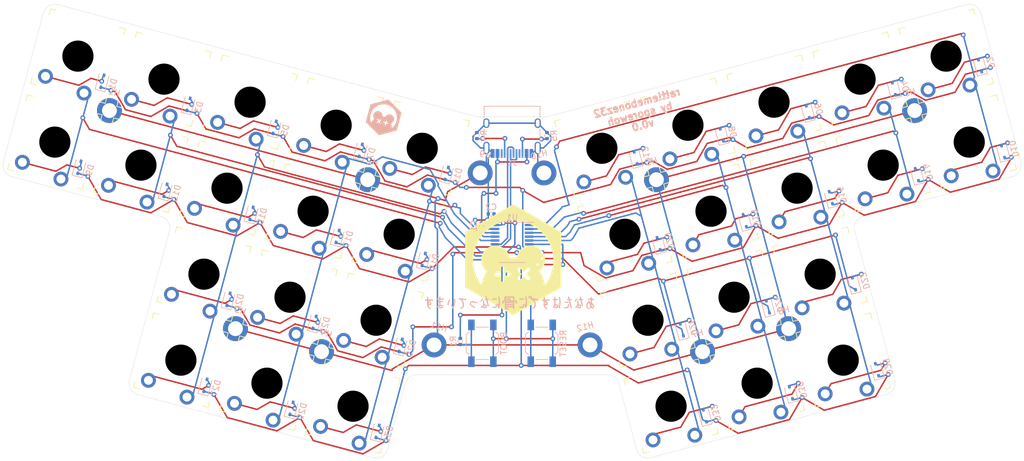
<source format=kicad_pcb>
(kicad_pcb (version 20221018) (generator pcbnew)
  (layers (0 "F.Cu" signal) (31 "B.Cu" signal) (34 "B.Paste" user) (35 "F.Paste" user) (36 "B.SilkS" user "B.Silkscreen") (37 "F.SilkS" user "F.Silkscreen") (38 "B.Mask" user) (39 "F.Mask" user) (44 "Edge.Cuts" user))
  (net 0 "")
  (net 1 "VBUS")
  (net 2 "GND")
  (net 3 "+3.3V")
  (net 4 "row1")
  (net 5 "Net-(D1-A)")
  (net 6 "Net-(D2-A)")
  (net 7 "Net-(D3-A)")
  (net 8 "Net-(D4-A)")
  (net 9 "Net-(D5-A)")
  (net 10 "Net-(D6-A)")
  (net 11 "Net-(D7-A)")
  (net 12 "Net-(D8-A)")
  (net 13 "row2")
  (net 14 "Net-(D9-A)")
  (net 15 "Net-(D10-A)")
  (net 16 "Net-(D11-A)")
  (net 17 "Net-(D12-A)")
  (net 18 "Net-(D13-A)")
  (net 19 "Net-(D14-A)")
  (net 20 "Net-(D15-A)")
  (net 21 "Net-(D16-A)")
  (net 22 "Net-(D17-A)")
  (net 23 "Net-(D18-A)")
  (net 24 "Net-(D19-A)")
  (net 25 "Net-(D20-A)")
  (net 26 "row3")
  (net 27 "Net-(D21-A)")
  (net 28 "Net-(D22-A)")
  (net 29 "Net-(D23-A)")
  (net 30 "Net-(D24-A)")
  (net 31 "Net-(D25-A)")
  (net 32 "Net-(D26-A)")
  (net 33 "row4")
  (net 34 "Net-(D27-A)")
  (net 35 "Net-(D28-A)")
  (net 36 "Net-(D29-A)")
  (net 37 "Net-(D30-A)")
  (net 38 "Net-(D31-A)")
  (net 39 "Net-(D32-A)")
  (net 40 "CC1")
  (net 41 "UDP")
  (net 42 "UDM")
  (net 44 "CC2")
  (net 46 "BOOT")
  (net 47 "col1")
  (net 48 "col10")
  (net 49 "col2")
  (net 50 "col9")
  (net 51 "col3")
  (net 52 "col8")
  (net 53 "col4")
  (net 54 "col7")
  (net 55 "col5")
  (net 56 "col6")
  (net 57 "RST")
  (footprint "userlib:SW_Gateron_LowProfile_THT" (layer "F.Cu") (at 73.43847 94.439426 -15)
    (fp_text reference "SW21" hide)
    (fp_text value "SW_Push" hide)
  )
  (footprint "userlib:SW_Gateron_LowProfile_THT" (layer "F.Cu") (at 48.342984 72.185968 -15)
    (fp_text reference "SW9" hide)
    (fp_text value "SW_Push" hide)
  )
  (footprint "userlib:SW_Gateron_LowProfile_THT" (layer "F.Cu") (at 181.040881 108.928313 15)
    (fp_text reference "SW28" hide)
    (fp_text value "SW_Push" hide)
  )
  (footprint "userlib:SW_Gateron_LowProfile_THT" (layer "F.Cu") (at 148.18082 102.203997 15)
    (fp_text reference "SW26" hide)
    (fp_text value "SW_Push" hide)
  )
  (footprint "userlib:SW_Gateron_LowProfile_THT" (layer "F.Cu") (at 162.669706 98.321713 15)
    (fp_text reference "SW24" hide)
    (fp_text value "SW_Push" hide)
  )
  (footprint "userlib:SW_Gateron_LowProfile_THT" (layer "F.Cu") (at 69.556188 108.928313 -15)
    (fp_text reference "SW27" hide)
    (fp_text value "SW_Push" hide)
  )
  (footprint "userlib:SW_Gateron_LowProfile_THT" (layer "F.Cu") (at 202.254082 72.185964 15)
    (fp_text reference "SW10" hide)
    (fp_text value "SW_Push" hide)
  )
  (footprint "userlib:SW_Gateron_LowProfile_THT" (layer "F.Cu") (at 81.203045 65.461651 -15)
    (fp_text reference "SW5" hide)
    (fp_text value "SW_Push" hide)
  )
  (footprint "userlib:SW_Gateron_LowProfile_THT" (layer "F.Cu") (at 152.063105 116.692886 15)
    (fp_text reference "SW32" hide)
    (fp_text value "SW_Push" hide)
  )
  (footprint "userlib:SW_Gateron_LowProfile_THT" (layer "F.Cu") (at 102.416245 102.203997 -15)
    (fp_text reference "SW25" hide)
    (fp_text value "SW_Push" hide)
  )
  (footprint "userlib:SW_Gateron_LowProfile_THT" (layer "F.Cu") (at 106.298533 87.71511 -15)
    (fp_text reference "SW19" hide)
    (fp_text value "SW_Push" hide)
  )
  (footprint "userlib:SW_Gateron_LowProfile_THT" (layer "F.Cu") (at 62.831868 76.068249 -15)
    (fp_text reference "SW13" hide)
    (fp_text value "SW_Push" hide)
  )
  (footprint "userlib:SW_Gateron_LowProfile_THT" (layer "F.Cu") (at 173.276308 79.950539 15)
    (fp_text reference "SW16" hide)
    (fp_text value "SW_Push" hide)
  )
  (footprint "userlib:SW_Gateron_LowProfile_THT" (layer "F.Cu") (at 66.714154 61.579366 -15)
    (fp_text reference "SW3" hide)
    (fp_text value "SW_Push" hide)
  )
  (footprint "userlib:SW_Gateron_LowProfile_THT" (layer "F.Cu") (at 87.927362 98.321712 -15)
    (fp_text reference "SW23" hide)
    (fp_text value "SW_Push" hide)
  )
  (footprint "userlib:SW_Gateron_LowProfile_THT" (layer "F.Cu") (at 169.394022 65.46165 15)
    (fp_text reference "SW6" hide)
    (fp_text value "SW_Push" hide)
  )
  (footprint "userlib:SW_Gateron_LowProfile_THT" (layer "F.Cu") (at 98.533963 116.692883 -15)
    (fp_text reference "SW31" hide)
    (fp_text value "SW_Push" hide)
  )
  (footprint "userlib:SW_Gateron_LowProfile_THT" (layer "F.Cu") (at 95.691931 69.343936 -15)
    (fp_text reference "SW7" hide)
    (fp_text value "SW_Push" hide)
  )
  (footprint "userlib:SW_Gateron_LowProfile_THT" (layer "F.Cu") (at 110.180819 73.226222 -15)
    (fp_text reference "SW11" hide)
    (fp_text value "SW_Push" hide)
  )
  (footprint "userlib:SW_Gateron_LowProfile_THT" (layer "F.Cu") (at 77.320758 79.950538 -15)
    (fp_text reference "SW15" hide)
    (fp_text value "SW_Push" hide)
  )
  (footprint "userlib:SW_Gateron_LowProfile_THT" (layer "F.Cu") (at 140.416248 73.226224 15)
    (fp_text reference "SW12" hide)
    (fp_text value "SW_Push" hide)
  )
  (footprint "userlib:SW_Gateron_LowProfile_THT" (layer "F.Cu") (at 177.158596 94.439426 15)
    (fp_text reference "SW22" hide)
    (fp_text value "SW_Push" hide)
  )
  (footprint "userlib:SW_Gateron_LowProfile_THT" (layer "F.Cu") (at 144.298531 87.71511 15)
    (fp_text reference "SW20" hide)
    (fp_text value "SW_Push" hide)
  )
  (footprint "userlib:SW_Gateron_LowProfile_THT" (layer "F.Cu") (at 187.765194 76.068253 15)
    (fp_text reference "SW14" hide)
    (fp_text value "SW_Push" hide)
  )
  (footprint "userlib:SW_Gateron_LowProfile_THT" (layer "F.Cu") (at 166.551994 112.810596 15)
    (fp_text reference "SW30" hide)
    (fp_text value "SW_Push" hide)
  )
  (footprint "userlib:SW_Gateron_LowProfile_THT" (layer "F.Cu") (at 52.225268 57.69708 -15)
    (fp_text reference "SW1" hide)
    (fp_text value "SW_Push" hide)
  )
  (footprint "userlib:SW_Gateron_LowProfile_THT" (layer "F.Cu") (at 158.78742 83.832825 15)
    (fp_text reference "SW18" hide)
    (fp_text value "SW_Push" hide)
  )
  (footprint "userlib:SW_Gateron_LowProfile_THT" (layer "F.Cu") (at 183.882913 61.579366 15)
    (fp_text reference "SW4" hide)
    (fp_text value "SW_Push" hide)
  )
  (footprint "userlib:SW_Gateron_LowProfile_THT" (layer "F.Cu") (at 198.371796 57.697081 15)
    (fp_text reference "SW2" hide)
    (fp_text value "SW_Push" hide)
  )
  (footprint "userlib:SW_Gateron_LowProfile_THT" (layer "F.Cu") (at 91.809646 83.832825 -15)
    (fp_text reference "SW17" hide)
    (fp_text value "SW_Push" hide)
  )
  (footprint "userlib:SW_Gateron_LowProfile_THT" (layer "F.Cu") (at 84.045074 112.810597 -15)
    (fp_text reference "SW29" hide)
    (fp_text value "SW_Push" hide)
  )
  (footprint "userlib:SW_Gateron_LowProfile_THT" (layer "F.Cu") (at 154.905137 69.343934 15)
    (fp_text reference "SW8" hide)
    (fp_text value "SW_Push" hide)
  )
  (footprint "userlib:SMTSO-M1.6" (layer "B.Cu") (at 112.170265 106.362448 165)
    (fp_text reference "H11")
    (fp_text value "MountingHole_Pad")
  )
  (footprint "Diode_SMD:D_SOD-323" (layer "B.Cu") (at 164.478543 85.444777 105)
    (fp_text reference "D18")
    (fp_text value "D_Small")
  )
  (footprint "userlib:SMTSO-M1.6" (layer "B.Cu") (at 93.230688 107.499259 165)
    (fp_text reference "H4")
    (fp_text value "MountingHole_Pad")
  )
  (footprint "Capacitor_SMD:C_0402_1005Metric" (layer "B.Cu") (at 121.778725 84.289371 180)
    (fp_text reference "C2")
    (fp_text value "100nF")
  )
  (footprint "Diode_SMD:D_SOD-323" (layer "B.Cu") (at 178.967434 81.562491 105)
    (fp_text reference "D16")
    (fp_text value "D_Small")
  )
  (footprint "userlib:SMTSO-M1.6" (layer "B.Cu") (at 119.934838 77.384672 165)
    (fp_text reference "H9")
    (fp_text value "MountingHole_Pad")
  )
  (footprint "Diode_SMD:D_SOD-323" (layer "B.Cu") (at 114.3035 77.467779 75)
    (fp_text reference "D11")
    (fp_text value "D_Small")
  )
  (footprint "userlib:SMTSO-M1.6" (layer "B.Cu") (at 171.855319 103.616976 -165)
    (fp_text reference "H8")
    (fp_text value "MountingHole_Pad")
  )
  (footprint "Diode_SMD:D_SOD-323" (layer "B.Cu") (at 189.574031 63.191319 105)
    (fp_text reference "D4")
    (fp_text value "D_Small")
  )
  (footprint "Connector_USB:USB_C_Receptacle_HRO_TYPE-C-31-M-12" (layer "B.Cu") (at 125.298657 70.047826)
    (fp_text reference "J1")
    (fp_text value "USB_C_Receptacle_USB2.0")
  )
  (footprint "Button_Switch_SMD:SW_SPST_SKQG_WithStem" (layer "B.Cu") (at 120.298656 106.089371 -90)
    (fp_text reference "SW33" hide)
    (fp_text value "BOOT")
  )
  (footprint "Package_SO:TSSOP-20_4.4x6.5mm_P0.65mm" (layer "B.Cu") (at 125.298658 89.08937 180)
    (fp_text reference "U1")
    (fp_text value "CH552T")
  )
  (footprint "Diode_SMD:D_SOD-323" (layer "B.Cu") (at 73.678866 113.16987 75)
    (fp_text reference "D27")
    (fp_text value "D_Small")
  )
  (footprint "userlib:SMTSO-M1.6" (layer "B.Cu") (at 78.7418 103.616976 165)
    (fp_text reference "H3")
    (fp_text value "MountingHole_Pad")
  )
  (footprint "userlib:SMTSO-M1.6" (layer "B.Cu") (at 130.66228 77.384675 -165)
    (fp_text reference "H10")
    (fp_text value "MountingHole_Pad")
  )
  (footprint "Diode_SMD:D_SOD-323" (layer "B.Cu") (at 95.932327 88.074381 75)
    (fp_text reference "D17")
    (fp_text value "D_Small")
  )
  (footprint "Diode_SMD:D_SOD-323" (layer "B.Cu") (at 52.465663 76.427522 75)
    (fp_text reference "D9")
    (fp_text value "D_Small")
  )
  (footprint "Diode_SMD:D_SOD-323" (layer "B.Cu") (at 153.871943 103.815952 105)
    (fp_text reference "D26")
    (fp_text value "D_Small")
  )
  (footprint "Button_Switch_SMD:SW_SPST_SKQG_WithStem" (layer "B.Cu") (at 130.298658 106.089371 -90)
    (fp_text reference "SW34" hide)
    (fp_text value "RESET")
  )
  (footprint "userlib:SMTSO-M1.6" (layer "B.Cu") (at 100.995261 78.521484 165)
    (fp_text reference "H2")
    (fp_text value "MountingHole_Pad")
  )
  (footprint "Resistor_SMD:R_0402_1005Metric" (layer "B.Cu") (at 119.378729 71.089371 90)
    (fp_text reference "R4")
    (fp_text value "5.1k")
  )
  (footprint "Diode_SMD:D_SOD-323" (layer "B.Cu") (at 102.656643 120.934439 75)
    (fp_text reference "D31")
    (fp_text value "D_Small")
  )
  (footprint "Diode_SMD:D_SOD-323" (layer "B.Cu") (at 175.085144 67.073607 105)
    (fp_text reference "D6")
    (fp_text value "D_Small")
  )
  (footprint "Diode_SMD:D_SOD-323" (layer "B.Cu") (at 146.10737 74.838177 105)
    (fp_text reference "D12")
    (fp_text value "D_Small")
  )
  (footprint "userlib:SMTSO-M1.6" (layer "B.Cu") (at 57.528597 66.874629 165)
    (fp_text reference "H1")
    (fp_text value "MountingHole_Pad")
  )
  (footprint "Diode_SMD:D_SOD-323" (layer "B.Cu") (at 157.754228 118.30484 105)
    (fp_text reference "D32")
    (fp_text value "D_Small")
  )
  (footprint "Resistor_SMD:R_0402_1005Metric" (layer "B.Cu") (at 131.178725 71.08937 90)
    (fp_text reference "R5")
    (fp_text value "5.1k")
  )
  (footprint "userlib:SMTSO-M1.6" (layer "B.Cu") (at 193.068522 66.874628 -165)
    (fp_text reference "H6")
    (fp_text value "MountingHole_Pad")
  )
  (footprint "Diode_SMD:D_SOD-323" (layer "B.Cu") (at 182.849718 96.05138 105)
    (fp_text reference "D22")
    (fp_text value "D_Small")
  )
  (footprint "Resistor_SMD:R_0402_1005Metric" (layer "B.Cu") (at 116.578726 105.779371 -90)
    (fp_text reference "R1")
    (fp_text value "10k")
  )
  (footprint "Diode_SMD:D_SOD-323" (layer "B.Cu") (at 66.954552 80.309808 75)
    (fp_text reference "D13")
    (fp_text value "D_Small")
  )
  (footprint "Diode_SMD:D_SOD-323" (layer "B.Cu") (at 99.814614 73.585492 75)
    (fp_text reference "D7")
    (fp_text value "D_Small")
  )
  (footprint "Diode_SMD:D_SOD-323" (layer "B.Cu") (at 207.945209 73.79792 105)
    (fp_text reference "D10")
    (fp_text value "D_Small")
  )
  (footprint "userlib:SMTSO-M1.6" (layer "B.Cu") (at 149.601863 78.521484 -165)
    (fp_text reference "H5")
    (fp_text value "MountingHole_Pad")
  )
  (footprint "Diode_SMD:D_SOD-323" (layer "B.Cu") (at 186.732003 110.540267 105)
    (fp_text reference "D28")
    (fp_text value "D_Small")
  )
  (footprint "userlib:SMTSO-M1.6" (layer "B.Cu") (at 138.426851 106.36245 -165)
    (fp_text reference "H12")
    (fp_text value "MountingHole_Pad")
  )
  (footprint "Diode_SMD:D_SOD-323" (layer "B.Cu") (at 85.325726 69.703207 75)
    (fp_text reference "D5")
    (fp_text value "D_Small")
  )
  (footprint "Diode_SMD:D_SOD-323" (layer "B.Cu") (at 70.836839 65.820923 75)
    (fp_text reference "D3")
    (fp_text value "D_Small")
  )
  (footprint "Diode_SMD:D_SOD-323" (layer "B.Cu") (at 92.050039 102.563268 75)
    (fp_text reference "D23")
    (fp_text value "D_Small")
  )
  (footprint "Diode_SMD:D_SOD-323" (layer "B.Cu") (at 204.06292 59.309034 105)
    (fp_text reference "D2")
    (fp_text value "D_Small")
  )
  (footprint "Diode_SMD:D_SOD-323" (layer "B.Cu") (at 77.561153 98.680981 75)
    (fp_text reference "D21")
    (fp_text value "D_Small")
  )
  (footprint "userlib:SMTSO-M1.6" (layer "B.Cu") (at 157.36643 107.499261 -165)
    (fp_text reference "H7")
    (fp_text value "MountingHole_Pad")
  )
  (footprint "Diode_SMD:D_SOD-323" (layer "B.Cu") (at 106.538929 106.445553 75)
    (fp_text reference "D25")
    (fp_text value "D_Small")
  )
  (footprint "Diode_SMD:D_SOD-323" (layer "B.Cu") (at 193.456321 77.680206 105)
    (fp_text reference "D14")
    (fp_text value "D_Small")
  )
  (footprint "Diode_SMD:D_SOD-323" (layer "B.Cu") (at 88.167753 117.052155 75)
    (fp_text reference "D29")
    (fp_text value "D_Small")
  )
  (footprint "Diode_SMD:D_SOD-323" (layer "B.Cu") (at 160.596257 70.95589 105)
    (fp_text reference "D8")
    (fp_text value "D_Small")
  )
  (footprint "Diode_SMD:D_SOD-323" (layer "B.Cu") (at 149.989657 89.327064 105)
    (fp_text reference "D20")
    (fp_text value "D_Small")
  )
  (footprint "Diode_SMD:D_SOD-323" (layer "B.Cu") (at 81.443441 84.192094 75)
    (fp_text reference "D15")
    (fp_text value "D_Small")
  )
  (footprint "Diode_SMD:D_SOD-323" (layer "B.Cu") (at 110.421216 91.956664 75)
    (fp_text reference "D19")
    (fp_text value "D_Small")
  )
  (footprint "Diode_SMD:D_SOD-323" (layer "B.Cu") (at 172.243113 114.422551 105)
    (fp_text reference "D30")
    (fp_text value "D_Small")
  )
  (footprint "Diode_SMD:D_SOD-323" (layer "B.Cu") (at 168.360829 99.933667 105)
    (fp_text reference "D24")
    (fp_text value "D_Small")
  )
  (footprint "Capacitor_SMD:C_0402_1005Metric" (layer "B.Cu") (at 120.178726 86.342351 -90)
    (fp_text reference "C1")
    (fp_text value "100nF")
  )
  (footprint "Diode_SMD:D_SOD-323" (layer "B.Cu") (at 56.347948 61.938635 75)
    (fp_text reference "D1")
    (fp_text value "D_Small")
  )
  (gr_poly (pts (xy 101.477773 65.81637) (xy 100.670571 68.828894) (xy 102.875891 71.034213) (xy 105.888412 70.22701) (xy 106.279483 68.767518) (xy 105.841216 68.650083) (xy 105.814171 68.743079) (xy 105.78349 68.834023) (xy 105.749268 68.922856) (xy 105.711607 69.009515) (xy 105.67061 69.093944) (xy 105.62638 69.176086) (xy 105.579017 69.255876) (xy 105.528624 69.333264) (xy 105.475301 69.408184) (xy 105.41915 69.480582) (xy 105.360271 69.550398) (xy 105.298771 69.617572) (xy 105.234745 69.682047) (xy 105.168298 69.743765) (xy 105.099533 69.802665) (xy 105.028549 69.85869) (xy 105.034869 69.805561) (xy 105.039575 69.752531) (xy 105.042682 69.699623) (xy 105.044208 69.646871) (xy 105.04417 69.594298) (xy 105.042584 69.541939) (xy 105.039466 69.489818) (xy 105.034831 69.437968) (xy 105.028699 69.386414) (xy 105.021087 69.33519) (xy 105.01201 69.284321) (xy 105.001484 69.233843) (xy 104.996834 69.214364) (xy 104.468964 69.072921) (xy 104.467767 69.076995) (xy 104.466381 69.080964) (xy 104.464817 69.084822) (xy 104.463077 69.088568) (xy 104.461174 69.092199) (xy 104.459109 69.095712) (xy 104.456889 69.099098) (xy 104.45452 69.10236) (xy 104.452008 69.105491) (xy 104.449359 69.108489) (xy 104.446575 69.111352) (xy 104.443671 69.114072) (xy 104.44065 69.11665) (xy 104.437516 69.119077) (xy 104.434272 69.121361) (xy 104.43093 69.123484) (xy 104.427491 69.12545) (xy 104.423966 69.127255) (xy 104.420358 69.128896) (xy 104.416673 69.130368) (xy 104.412917 69.131668) (xy 104.409098 69.132794) (xy 104.405221 69.13374) (xy 104.401292 69.134505) (xy 104.397316 69.135084) (xy 104.393301 69.13547) (xy 104.389251 69.135668) (xy 104.385172 69.135667) (xy 104.381073 69.135469) (xy 104.376957 69.135067) (xy 104.372833 69.134454) (xy 104.368704 69.133634) (xy 104.368685 69.13371) (xy 104.109116 69.064161) (xy 104.039564 69.323727) (xy 104.039488 69.323708) (xy 104.038133 69.327692) (xy 104.036599 69.331571) (xy 104.03489 69.335336) (xy 104.033014 69.338987) (xy 104.030977 69.342517) (xy 104.028779 69.345926) (xy 104.026434 69.349209) (xy 104.023947 69.352366) (xy 104.021321 69.355385) (xy 104.018562 69.358272) (xy 104.015679 69.361014) (xy 104.012676 69.363617) (xy 104.009555 69.366071) (xy 104.006332 69.368376) (xy 104.003006 69.370526) (xy 103.999584 69.372521) (xy 103.996072 69.374354) (xy 103.992475 69.376022) (xy 103.988805 69.377523) (xy 103.985061 69.378851) (xy 103.981252 69.380007) (xy 103.977387 69.380983) (xy 103.973462 69.381779) (xy 103.969496 69.382386) (xy 103.965486 69.38281) (xy 103.961442 69.38304) (xy 103.957368 69.383073) (xy 103.953271 69.382904) (xy 103.949159 69.382536) (xy 103.945035 69.381963) (xy 103.940908 69.381176) (xy 103.936777 69.380181) (xy 103.932704 69.37898) (xy 103.928737 69.377594) (xy 103.924877 69.376029) (xy 103.921132 69.374293) (xy 103.9175 69.372386) (xy 103.913988 69.370323) (xy 103.910602 69.368104) (xy 103.907339 69.365732) (xy 103.904207 69.36322) (xy 103.901209 69.360574) (xy 103.898349 69.357792) (xy 103.895628 69.354889) (xy 103.893051 69.351865) (xy 103.890618 69.348729) (xy 103.888341 69.345486) (xy 103.886217 69.342144) (xy 103.884251 69.338706) (xy 103.882445 69.335179) (xy 103.880803 69.331571) (xy 103.879333 69.327887) (xy 103.878033 69.324134) (xy 103.876905 69.320313) (xy 103.875958 69.316435) (xy 103.875195 69.312508) (xy 103.874618 69.30853) (xy 103.87423 69.304516) (xy 103.874031 69.300466) (xy 103.874032 69.296388) (xy 103.874229 69.292289) (xy 103.874633 69.288174) (xy 103.875246 69.284048) (xy 103.876065 69.279919) (xy 103.875987 69.279898) (xy 103.902999 69.179094) (xy 103.152886 68.9781) (xy 103.151699 68.981879) (xy 103.150337 68.985603) (xy 103.148801 68.989258) (xy 103.147093 68.992847) (xy 103.145218 68.996359) (xy 103.143173 68.999783) (xy 103.140963 69.003118) (xy 103.138586 69.006355) (xy 103.13605 69.009487) (xy 103.133352 69.01251) (xy 103.130496 69.015414) (xy 103.127482 69.018192) (xy 103.124311 69.02084) (xy 103.120989 69.023351) (xy 103.117516 69.025716) (xy 103.113893 69.027929) (xy 103.110163 69.029959) (xy 103.106378 69.031788) (xy 103.102542 69.03341) (xy 103.098665 69.034831) (xy 103.094752 69.03605) (xy 103.090808 69.037074) (xy 103.086843 69.0379) (xy 103.082861 69.03853) (xy 103.078872 69.038968) (xy 103.074878 69.039214) (xy 103.070888 69.039272) (xy 103.06691 69.039141) (xy 103.062951 69.038826) (xy 103.059014 69.038327) (xy 103.05511 69.037646) (xy 103.051244 69.036786) (xy 103.047422 69.035743) (xy 103.043653 69.034531) (xy 103.03994 69.033137) (xy 103.036295 69.031572) (xy 103.032719 69.029837) (xy 103.029224 69.027931) (xy 103.025815 69.025858) (xy 103.022493 69.023621) (xy 103.019275 69.021217) (xy 103.016161 69.018654) (xy 103.013158 69.01593) (xy 103.010275 69.013044) (xy 103.007517 69.010006) (xy 103.004892 69.00681) (xy 103.002406 69.003463) (xy 103.000065 68.999963) (xy 103.00005 68.999971) (xy 103.000032 68.99998) (xy 103.000018 68.99999) (xy 103 69) (xy 102.865639 68.767279) (xy 102.635978 68.899872) (xy 102.632915 68.901641) (xy 102.632906 68.901624) (xy 102.632898 68.901607) (xy 102.632878 68.901577) (xy 102.629101 68.903435) (xy 102.625274 68.905093) (xy 102.621406 68.906548) (xy 102.617497 68.907803) (xy 102.613556 68.908857) (xy 102.609597 68.909714) (xy 102.605615 68.910377) (xy 102.601627 68.910849) (xy 102.597631 68.911128) (xy 102.593642 68.911218) (xy 102.589662 68.91112) (xy 102.585697 68.910835) (xy 102.581759 68.910368) (xy 102.577847 68.909716) (xy 102.573975 68.908884) (xy 102.570147 68.907874) (xy 102.566367 68.906687) (xy 102.562645 68.905326) (xy 102.558988 68.90379) (xy 102.555401 68.902083) (xy 102.55189 68.900207) (xy 102.548466 68.898163) (xy 102.545129 68.895951) (xy 102.541891 68.893575) (xy 102.53876 68.89104) (xy 102.535738 68.888341) (xy 102.532834 68.885483) (xy 102.530056 68.882471) (xy 102.527408 68.8793) (xy 102.524898 68.875981) (xy 102.522534 68.872505) (xy 102.52032 68.868882) (xy 102.518289 68.865154) (xy 102.516461 68.861368) (xy 102.514838 68.857534) (xy 102.513417 68.853658) (xy 102.512199 68.84974) (xy 102.511177 68.845798) (xy 102.51035 68.841834) (xy 102.50972 68.837849) (xy 102.509282 68.833861) (xy 102.509035 68.829866) (xy 102.508976 68.825877) (xy 102.509106 68.821897) (xy 102.509421 68.81794) (xy 102.509921 68.814004) (xy 102.510602 68.810099) (xy 102.511465 68.806234) (xy 102.512502 68.802412) (xy 102.513718 68.798643) (xy 102.515113 68.794929) (xy 102.516675 68.791284) (xy 102.518413 68.787709) (xy 102.520316 68.784212) (xy 102.522389 68.780802) (xy 102.524628 68.777483) (xy 102.527031 68.774262) (xy 102.529593 68.771148) (xy 102.532319 68.768148) (xy 102.535202 68.765262) (xy 102.538243 68.762506) (xy 102.541438 68.75988) (xy 102.544786 68.757394) (xy 102.548287 68.755055) (xy 102.548277 68.755039) (xy 102.548267 68.755022) (xy 102.548257 68.755007) (xy 102.548247 68.75499) (xy 102.551312 68.753224) (xy 102.780971 68.620629) (xy 102.648377 68.39097) (xy 102.64661 68.387904) (xy 102.646641 68.387886) (xy 102.646656 68.387879) (xy 102.646673 68.387868) (xy 102.644812 68.384092) (xy 102.643156 68.380265) (xy 102.641702 68.376394) (xy 102.640447 68.372487) (xy 102.639393 68.368548) (xy 102.638534 68.364585) (xy 102.63787 68.360605) (xy 102.6374 68.356615) (xy 102.637122 68.352622) (xy 102.637031 68.34863) (xy 102.637129 68.344649) (xy 102.637414 68.340688) (xy 102.637882 68.336748) (xy 102.638533 68.332838) (xy 102.639364 68.328965) (xy 102.640375 68.325134) (xy 102.641561 68.321356) (xy 102.642923 68.317634) (xy 102.644459 68.313976) (xy 102.646167 68.310389) (xy 102.648042 68.30688) (xy 102.650087 68.303453) (xy 102.652299 68.30012) (xy 102.654671 68.296882) (xy 102.657209 68.293749) (xy 102.659907 68.290729) (xy 102.662765 68.287823) (xy 102.665778 68.285044) (xy 102.668947 68.282397) (xy 102.672268 68.279888) (xy 102.675744 68.277523) (xy 102.679367 68.27531) (xy 102.683097 68.273276) (xy 102.686882 68.271452) (xy 102.690715 68.269829) (xy 102.694595 68.268407) (xy 102.698508 68.267187) (xy 102.702451 68.266164) (xy 102.706415 68.265339) (xy 102.710399 68.264708) (xy 102.71439 68.26427) (xy 102.718383 68.264023) (xy 102.72237 68.263965) (xy 102.72635 68.264095) (xy 102.73031 68.26441) (xy 102.734246 68.26491) (xy 102.738149 68.265592) (xy 102.742014 68.266452) (xy 102.745836 68.267494) (xy 102.749607 68.268709) (xy 102.753319 68.270099) (xy 102.756964 68.271664) (xy 102.76054 68.273399) (xy 102.764034 68.275305) (xy 102.767446 68.277378) (xy 102.770765 68.279616) (xy 102.773984 68.282018) (xy 102.777098 68.284581) (xy 102.780101 68.287306) (xy 102.782986 68.290189) (xy 102.785743 68.29323) (xy 102.788367 68.296424) (xy 102.790854 68.299773) (xy 102.793194 68.303273) (xy 102.793209 68.303265) (xy 102.793226 68.303254) (xy 102.793257 68.303235) (xy 102.794969 68.306199) (xy 102.794995 68.306246) (xy 102.795023 68.306295) (xy 102.927618 68.535957) (xy 103.157277 68.403362) (xy 103.16034 68.401595) (xy 103.160359 68.401627) (xy 103.16037 68.401643) (xy 103.16038 68.401659) (xy 103.164153 68.399797) (xy 103.16798 68.398142) (xy 103.171853 68.396687) (xy 103.175761 68.395433) (xy 103.1797 68.394376) (xy 103.183662 68.393518) (xy 103.187643 68.392853) (xy 103.191633 68.392386) (xy 103.195625 68.392106) (xy 103.199614 68.392015) (xy 103.203596 68.392115) (xy 103.207559 68.392399) (xy 103.211498 68.392866) (xy 103.215409 68.393519) (xy 103.21928 68.394351) (xy 103.22311 68.39536) (xy 103.226888 68.396544) (xy 103.230613 68.397909) (xy 103.23427 68.399445) (xy 103.237856 68.401152) (xy 103.241367 68.403028) (xy 103.244793 68.405073) (xy 103.248127 68.407282) (xy 103.251363 68.409658) (xy 103.254497 68.412197) (xy 103.257519 68.414894) (xy 103.260423 68.417751) (xy 103.263201 68.420765) (xy 103.265847 68.423935) (xy 103.268358 68.427258) (xy 103.270724 68.430731) (xy 103.272939 68.434355) (xy 103.274968 68.438084) (xy 103.276796 68.441869) (xy 103.278418 68.445704) (xy 103.279839 68.449582) (xy 103.281059 68.453495) (xy 103.282081 68.457437) (xy 103.282907 68.461405) (xy 103.283537 68.465387) (xy 103.283978 68.469377) (xy 103.284223 68.473371) (xy 103.284281 68.477358) (xy 103.284151 68.481337) (xy 103.283837 68.485299) (xy 103.283337 68.489233) (xy 103.282656 68.493136) (xy 103.281793 68.497002) (xy 103.280754 68.500825) (xy 103.279538 68.504596) (xy 103.278145 68.508307) (xy 103.276582 68.511953) (xy 103.274847 68.515527) (xy 103.272942 68.519022) (xy 103.270869 68.522433) (xy 103.26863 68.525752) (xy 103.26623 68.528972) (xy 103.263664 68.532088) (xy 103.260939 68.535091) (xy 103.258057 68.537972) (xy 103.255017 68.540733) (xy 103.251822 68.543356) (xy 103.248472 68.545842) (xy 103.244973 68.548182) (xy 103.244992 68.548214) (xy 103.24501 68.548246) (xy 103.24195 68.550014) (xy 103.012287 68.68261) (xy 103.146651 68.915331) (xy 103.146619 68.915351) (xy 103.146601 68.915361) (xy 103.146586 68.915369) (xy 103.148448 68.919147) (xy 103.150103 68.922972) (xy 103.151558 68.926842) (xy 103.152813 68.930751) (xy 103.153868 68.934689) (xy 103.154725 68.938652) (xy 103.15539 68.942632) (xy 103.155859 68.946621) (xy 103.156139 68.950616) (xy 103.156228 68.954606) (xy 103.156131 68.958585) (xy 103.155845 68.962548) (xy 103.155376 68.966489) (xy 103.154728 68.970398) (xy 103.153896 68.974272) (xy 103.152886 68.9781) (xy 103.902999 69.179094) (xy 103.945539 69.020331) (xy 103.68597 68.950779) (xy 103.685992 68.950703) (xy 103.682006 68.949349) (xy 103.678129 68.947813) (xy 103.674364 68.946104) (xy 103.670713 68.944226) (xy 103.667179 68.942189) (xy 103.663771 68.939995) (xy 103.660489 68.937649) (xy 103.657335 68.935161) (xy 103.654314 68.932536) (xy 103.65143 68.929777) (xy 103.648685 68.926893) (xy 103.646083 68.923889) (xy 103.643628 68.920772) (xy 103.641322 68.917546) (xy 103.639173 68.914222) (xy 103.637179 68.910798) (xy 103.635347 68.907287) (xy 103.633677 68.903692) (xy 103.632176 68.900019) (xy 103.630845 68.896275) (xy 103.629695 68.892468) (xy 103.628714 68.888598) (xy 103.627921 68.884679) (xy 103.627311 68.880709) (xy 103.62689 68.8767) (xy 103.626662 68.872657) (xy 103.626629 68.868583) (xy 103.626794 68.864487) (xy 103.627162 68.860373) (xy 103.627737 68.856248) (xy 103.628522 68.85212) (xy 103.62952 68.847992) (xy 103.63072 68.843919) (xy 103.632105 68.839951) (xy 103.633668 68.836092) (xy 103.635405 68.832346) (xy 103.637309 68.828714) (xy 103.639378 68.825205) (xy 103.641596 68.821816) (xy 103.643966 68.818555) (xy 103.646478 68.815423) (xy 103.64913 68.812421) (xy 103.651906 68.809561) (xy 103.654811 68.806842) (xy 103.657835 68.804263) (xy 103.660971 68.801835) (xy 103.664214 68.799556) (xy 103.667555 68.797432) (xy 103.670993 68.795464) (xy 103.674519 68.793659) (xy 103.678127 68.792019) (xy 103.681812 68.790547) (xy 103.685569 68.789245) (xy 103.689385 68.788121) (xy 103.693263 68.787173) (xy 103.697194 68.786409) (xy 103.701168 68.785834) (xy 103.705184 68.785443) (xy 103.709234 68.785247) (xy 103.713312 68.785246) (xy 103.717411 68.785445) (xy 103.721526 68.785847) (xy 103.725652 68.78646) (xy 103.729782 68.787279) (xy 103.7298 68.787202) (xy 103.733113 68.788092) (xy 103.989371 68.856755) (xy 104.05892 68.597186) (xy 104.058997 68.597207) (xy 104.06035 68.593221) (xy 104.061884 68.589343) (xy 104.063594 68.585578) (xy 104.065471 68.581928) (xy 104.067509 68.578395) (xy 104.069704 68.574985) (xy 104.072048 68.571704) (xy 104.074537 68.56855) (xy 104.077164 68.565527) (xy 104.079922 68.562642) (xy 104.082806 68.559899) (xy 104.08581 68.557297) (xy 104.088927 68.554842) (xy 104.092152 68.552535) (xy 104.095479 68.550387) (xy 104.098899 68.548395) (xy 104.102413 68.54656) (xy 104.106007 68.544892) (xy 104.109681 68.543391) (xy 104.113424 68.542061) (xy 104.117233 68.540907) (xy 104.1211 68.539931) (xy 104.125022 68.539135) (xy 104.128989 68.538525) (xy 104.133 68.538104) (xy 104.137045 68.537875) (xy 104.141116 68.537841) (xy 104.145212 68.538006) (xy 104.149326 68.538377) (xy 104.153451 68.538952) (xy 104.157578 68.539737) (xy 104.161707 68.540734) (xy 104.165777 68.541934) (xy 104.169747 68.543318) (xy 104.173606 68.544884) (xy 104.177353 68.54662) (xy 104.180985 68.548524) (xy 104.184494 68.55059) (xy 104.187884 68.55281) (xy 104.191144 68.55518) (xy 104.194275 68.557693) (xy 104.197275 68.560341) (xy 104.200135 68.563121) (xy 104.202857 68.566026) (xy 104.205435 68.56905) (xy 104.207864 68.572186) (xy 104.210142 68.575426) (xy 104.212266 68.578768) (xy 104.214236 68.582209) (xy 104.216041 68.585733) (xy 104.217684 68.589343) (xy 104.219153 68.593027) (xy 104.220453 68.59678) (xy 104.221578 68.600598) (xy 104.222524 68.604478) (xy 104.223289 68.608407) (xy 104.223867 68.612383) (xy 104.224257 68.616398) (xy 104.224453 68.620449) (xy 104.224452 68.624526) (xy 104.224253 68.628626) (xy 104.223849 68.632741) (xy 104.22324 68.636868) (xy 104.222421 68.640995) (xy 104.222497 68.641016) (xy 104.152945 68.900585) (xy 104.412515 68.970136) (xy 104.412493 68.970211) (xy 104.416481 68.971566) (xy 104.420357 68.9731) (xy 104.424123 68.974809) (xy 104.427773 68.976685) (xy 104.431304 68.978724) (xy 104.434714 68.980919) (xy 104.437998 68.983261) (xy 104.44115 68.985752) (xy 104.444169 68.988379) (xy 104.447056 68.991137) (xy 104.449801 68.994022) (xy 104.4524 68.997024) (xy 104.454856 69.000143) (xy 104.457162 69.003369) (xy 104.459311 69.006692) (xy 104.461306 69.010118) (xy 104.463138 69.013627) (xy 104.464806 69.017223) (xy 104.46631 69.020893) (xy 104.467639 69.024638) (xy 104.468792 69.028446) (xy 104.469769 69.032315) (xy 104.470564 69.036237) (xy 104.471173 69.040204) (xy 104.471596 69.044214) (xy 104.471824 69.048258) (xy 104.471856 69.052331) (xy 104.47169 69.056428) (xy 104.471321 69.060543) (xy 104.470748 69.064665) (xy 104.469963 69.068795) (xy 104.468964 69.072921) (xy 104.996834 69.214364) (xy 104.989529 69.183771) (xy 104.976158 69.134147) (xy 104.961391 69.084994) (xy 104.945244 69.036342) (xy 104.987029 69.018075) (xy 105.027684 68.997499) (xy 105.067105 68.974666) (xy 105.105186 68.949643) (xy 105.141825 68.922486) (xy 105.176923 68.893252) (xy 105.210376 68.862003) (xy 105.242079 68.8288) (xy 105.271933 68.793697) (xy 105.299834 68.756756) (xy 105.325681 68.718036) (xy 105.349369 68.677597) (xy 105.370797 68.635497) (xy 105.389863 68.591795) (xy 105.40646 68.54655) (xy 105.420491 68.499824) (xy 105.420494 68.499824) (xy 105.430166 68.459691) (xy 105.437713 68.419549) (xy 105.44317 68.379454) (xy 105.446573 68.339475) (xy 105.44796 68.299668) (xy 105.447363 68.260101) (xy 105.444819 68.22083) (xy 105.440364 68.181919) (xy 105.434037 68.143432) (xy 105.425867 68.105429) (xy 105.415895 68.067973) (xy 105.404158 68.031121) (xy 105.390683 67.994943) (xy 105.375516 67.959495) (xy 105.358686 67.924841) (xy 105.340233 67.891045) (xy 105.32019 67.858162) (xy 105.298593 67.826262) (xy 105.275479 67.7954) (xy 105.250883 67.765645) (xy 105.224838 67.737052) (xy 105.197388 67.709688) (xy 105.16856 67.683615) (xy 105.138394 67.658888) (xy 105.106924 67.635574) (xy 105.074186 67.613739) (xy 105.040216 67.593437) (xy 105.005052 67.574734) (xy 104.968726 67.557693) (xy 104.931276 67.542371) (xy 104.892736 67.528835) (xy 104.853143 67.517145) (xy 104.81711 67.508363) (xy 104.781061 67.501295) (xy 104.745042 67.495921) (xy 104.709099 67.492209) (xy 104.673277 67.490136) (xy 104.637622 67.489677) (xy 104.602175 67.490806) (xy 104.566983 67.493495) (xy 104.532093 67.497719) (xy 104.497545 67.503451) (xy 104.463388 67.510669) (xy 104.429664 67.519345) (xy 104.396422 67.529451) (xy 104.363699 67.540962) (xy 104.331549 67.553858) (xy 104.300009 67.568102) (xy 104.269127 67.583678) (xy 104.238953 67.600557) (xy 104.209524 67.618711) (xy 104.180886 67.638115) (xy 104.153087 67.658745) (xy 104.126168 67.680575) (xy 104.100179 67.703578) (xy 104.075161 67.727728) (xy 104.051163 67.752998) (xy 104.028223 67.779364) (xy 104.006388 67.806799) (xy 103.985708 67.83528) (xy 103.966221 67.864777) (xy 103.947977 67.895268) (xy 103.931016 67.926721) (xy 103.915386 67.959119) (xy 103.891316 67.949781) (xy 103.867046 67.940766) (xy 103.842585 67.932077) (xy 103.817927 67.923722) (xy 103.79308 67.915695) (xy 103.768042 67.908006) (xy 103.742813 67.900656) (xy 103.717402 67.893652) (xy 103.717401 67.893651) (xy 103.693614 67.887448) (xy 103.669817 67.881585) (xy 103.646016 67.876058) (xy 103.62221 67.870869) (xy 103.598406 67.866015) (xy 103.574598 67.861495) (xy 103.550797 67.857304) (xy 103.527003 67.853445) (xy 103.530176 67.817204) (xy 103.531686 67.781104) (xy 103.531563 67.745188) (xy 103.529836 67.709503) (xy 103.526527 67.674097) (xy 103.521664 67.63901) (xy 103.515273 67.604293) (xy 103.507382 67.569994) (xy 103.498018 67.536152) (xy 103.487208 67.50282) (xy 103.474974 67.470042) (xy 103.461346 67.43786) (xy 103.446349 67.406327) (xy 103.430014 67.375487) (xy 103.412363 67.345382) (xy 103.393427 67.316061) (xy 103.373227 67.287569) (xy 103.351793 67.259953) (xy 103.329149 67.233261) (xy 103.305328 67.207535) (xy 103.28035 67.182824) (xy 103.254242 67.159174) (xy 103.227035 67.13663) (xy 103.198752 67.115236) (xy 103.169418 67.095042) (xy 103.139066 67.076094) (xy 103.107719 67.058434) (xy 103.075401 67.042111) (xy 103.042142 67.027173) (xy 103.007969 67.013659) (xy 102.972904 67.001623) (xy 102.936979 66.991109) (xy 102.896844 66.981437) (xy 102.8567 66.973892) (xy 102.816608 66.968434) (xy 102.776628 66.965029) (xy 102.736822 66.963642) (xy 102.697253 66.964242) (xy 102.657982 66.966786) (xy 102.619072 66.971238) (xy 102.580586 66.977568) (xy 102.542582 66.985735) (xy 102.505124 66.995707) (xy 102.468275 67.007446) (xy 102.432096 67.020919) (xy 102.39665 67.036088) (xy 102.361994 67.052915) (xy 102.328197 67.071372) (xy 102.295316 67.091414) (xy 102.263414 67.11301) (xy 102.232554 67.136125) (xy 102.202797 67.160721) (xy 102.174207 67.186763) (xy 102.146841 67.214217) (xy 102.120766 67.243042) (xy 102.096042 67.273209) (xy 102.072729 67.30468) (xy 102.050892 67.337418) (xy 102.030587 67.371386) (xy 102.011886 67.406551) (xy 101.994844 67.442878) (xy 101.979524 67.480329) (xy 101.965989 67.518868) (xy 101.954299 67.55846) (xy 101.943129 67.605738) (xy 101.934899 67.653017) (xy 101.929551 67.700192) (xy 101.927027 67.747165) (xy 101.927267 67.793835) (xy 101.930214 67.840101) (xy 101.935808 67.88586) (xy 101.943993 67.931012) (xy 101.954707 67.975457) (xy 101.967895 68.01909) (xy 101.983497 68.061817) (xy 102.001456 68.103527) (xy 102.021712 68.144125) (xy 102.044207 68.183511) (xy 102.068881 68.221583) (xy 102.095681 68.258236) (xy 102.056268 68.29263) (xy 102.01783 68.328199) (xy 101.980398 68.364931) (xy 101.944006 68.402805) (xy 101.908677 68.441801) (xy 101.874449 68.481903) (xy 101.841352 68.523096) (xy 101.809414 68.565357) (xy 101.778667 68.608671) (xy 101.749142 68.65302) (xy 101.720873 68.698387) (xy 101.693885 68.744755) (xy 101.668215 68.7921) (xy 101.643888 68.840408) (xy 101.620938 68.889667) (xy 101.599396 68.939852) (xy 101.565932 68.855841) (xy 101.53583 68.77045) (xy 101.509144 68.683778) (xy 101.485933 68.595927) (xy 101.46626 68.507001) (xy 101.450179 68.4171) (xy 101.437747 68.326326) (xy 101.429032 68.234781) (xy 101.424079 68.142564) (xy 101.422958 68.04978) (xy 101.425725 67.956531) (xy 101.432437 67.862915) (xy 101.44315 67.769036) (xy 101.45793 67.674994) (xy 101.476828 67.580894) (xy 101.499907 67.486833) (xy 101.532649 67.375944) (xy 101.570561 67.268003) (xy 101.613467 67.163113) (xy 101.661202 67.06137) (xy 101.713584 66.962882) (xy 101.770444 66.867738) (xy 101.831607 66.77605) (xy 101.8969 66.687907) (xy 101.966148 66.603419) (xy 102.039182 66.522677) (xy 102.115824 66.445788) (xy 102.195901 66.372846) (xy 102.279244 66.30396) (xy 102.365676 66.23922) (xy 102.455025 66.178731) (xy 102.547118 66.122596) (xy 102.641779 66.070911) (xy 102.738836 66.023776) (xy 102.838116 65.981294) (xy 102.939446 65.943559) (xy 103.042656 65.91068) (xy 103.147565 65.882749) (xy 103.254004 65.859874) (xy 103.361801 65.842145) (xy 103.470779 65.829671) (xy 103.580767 65.822548) (xy 103.691592 65.820878) (xy 103.803078 65.82476) (xy 103.915055 65.834292) (xy 104.027348 65.849576) (xy 104.139782 65.870714) (xy 104.252187 65.897804) (xy 104.363075 65.930543) (xy 104.471016 65.968459) (xy 104.57591 66.011365) (xy 104.677649 66.059099) (xy 104.776138 66.111481) (xy 104.87128 66.168341) (xy 104.962972 66.229501) (xy 105.051112 66.294796) (xy 105.135603 66.364046) (xy 105.216342 66.437078) (xy 105.293233 66.513722) (xy 105.366171 66.593799) (xy 105.435062 66.677141) (xy 105.499799 66.763574) (xy 105.560286 66.85292) (xy 105.616425 66.945015) (xy 105.66811 67.039676) (xy 105.715243 67.136734) (xy 105.757727 67.236014) (xy 105.795458 67.337345) (xy 105.828341 67.440552) (xy 105.856269 67.545462) (xy 105.879145 67.651901) (xy 105.896873 67.759698) (xy 105.909349 67.868677) (xy 105.91647 67.978665) (xy 105.918142 68.089488) (xy 105.914261 68.200974) (xy 105.904728 68.312953) (xy 105.889442 68.425244) (xy 105.868304 68.53768) (xy 105.841216 68.650083) (xy 106.279483 68.767518) (xy 106.695617 67.214488) (xy 104.490295 65.009168)) (fill solid) (layer "B.SilkS"))
  (gr_poly (pts (xy 133.602861 87.321806) (xy 133.602865 96.678192) (xy 125.499996 101.35638) (xy 117.397139 96.678194) (xy 117.397138 92.145254) (xy 118.758321 92.145254) (xy 118.764476 92.435739) (xy 118.782776 92.723098) (xy 118.812973 93.007083) (xy 118.854816 93.287443) (xy 118.908058 93.563931) (xy 118.972449 93.836298) (xy 119.04774 94.104294) (xy 119.133683 94.367671) (xy 119.230029 94.626179) (xy 119.336529 94.879571) (xy 119.452933 95.127597) (xy 119.578994 95.370008) (xy 119.714462 95.606555) (xy 119.859088 95.83699) (xy 120.012624 96.061063) (xy 120.17482 96.278526) (xy 120.197753 96.119669) (xy 120.225293 95.962341) (xy 120.257368 95.806615) (xy 120.293908 95.652562) (xy 120.33484 95.500252) (xy 120.380095 95.349756) (xy 120.429601 95.201146) (xy 120.483288 95.054493) (xy 120.541083 94.909867) (xy 120.602917 94.76734) (xy 120.668717 94.626983) (xy 120.738413 94.488867) (xy 120.767013 94.436039) (xy 122.406482 94.436039) (xy 122.406796 94.448774) (xy 122.407729 94.461348) (xy 122.409266 94.473745) (xy 122.411391 94.48595) (xy 122.414091 94.497949) (xy 122.41735 94.509727) (xy 122.421153 94.521269) (xy 122.425487 94.532561) (xy 122.430335 94.543587) (xy 122.435683 94.554332) (xy 122.441516 94.564782) (xy 122.44782 94.574923) (xy 122.454579 94.584738) (xy 122.46178 94.594214) (xy 122.469406 94.603336) (xy 122.477443 94.612088) (xy 122.485877 94.620456) (xy 122.494693 94.628426) (xy 122.503875 94.635981) (xy 122.513409 94.643109) (xy 122.52328 94.649792) (xy 122.533473 94.656018) (xy 122.543974 94.661771) (xy 122.554768 94.667036) (xy 122.56584 94.671799) (xy 122.577174 94.676044) (xy 122.588757 94.679757) (xy 122.600573 94.682923) (xy 122.612608 94.685527) (xy 122.624846 94.687554) (xy 122.637274 94.68899) (xy 122.649876 94.68982) (xy 122.649876 94.690059) (xy 123.456048 94.690059) (xy 123.456048 95.496231) (xy 123.456287 95.496231) (xy 123.457117 95.508833) (xy 123.458553 95.521261) (xy 123.46058 95.5335) (xy 123.463184 95.545534) (xy 123.46635 95.557351) (xy 123.470063 95.568934) (xy 123.474308 95.580268) (xy 123.479071 95.59134) (xy 123.484336 95.602133) (xy 123.490089 95.612634) (xy 123.496314 95.622828) (xy 123.502998 95.632699) (xy 123.510126 95.642233) (xy 123.517681 95.651415) (xy 123.525651 95.660231) (xy 123.534019 95.668664) (xy 123.542771 95.676702) (xy 123.551893 95.684328) (xy 123.561369 95.691528) (xy 123.571185 95.698288) (xy 123.581325 95.704592) (xy 123.591775 95.710425) (xy 123.602521 95.715773) (xy 123.613547 95.720621) (xy 123.624838 95.724954) (xy 123.63638 95.728758) (xy 123.648158 95.732017) (xy 123.660158 95.734716) (xy 123.672363 95.736842) (xy 123.68476 95.738378) (xy 123.697333 95.739311) (xy 123.710069 95.739625) (xy 123.722804 95.739311) (xy 123.735378 95.738378) (xy 123.747775 95.736842) (xy 123.75998 95.734716) (xy 123.771979 95.732017) (xy 123.783757 95.728758) (xy 123.7953 95.724954) (xy 123.806591 95.720621) (xy 123.817617 95.715773) (xy 123.828362 95.710425) (xy 123.838813 95.704592) (xy 123.848953 95.698288) (xy 123.858769 95.691528) (xy 123.868245 95.684328) (xy 123.877366 95.676702) (xy 123.886118 95.668664) (xy 123.894487 95.660231) (xy 123.902456 95.651415) (xy 123.910012 95.642233) (xy 123.917139 95.632699) (xy 123.923823 95.622828) (xy 123.930049 95.612634) (xy 123.935801 95.602133) (xy 123.941067 95.59134) (xy 123.945829 95.580268) (xy 123.950074 95.568934) (xy 123.953787 95.557351) (xy 123.956953 95.545534) (xy 123.959557 95.5335) (xy 123.961585 95.521261) (xy 123.963021 95.508833) (xy 123.963851 95.496231) (xy 123.964089 95.496231) (xy 123.964089 95.183151) (xy 126.293812 95.183151) (xy 126.294318 95.195024) (xy 126.295375 95.206866) (xy 126.296984 95.218658) (xy 126.299145 95.230378) (xy 126.301858 95.242006) (xy 126.305122 95.25352) (xy 126.308938 95.2649) (xy 126.313307 95.276125) (xy 126.318227 95.287173) (xy 126.323699 95.298024) (xy 126.329722 95.308656) (xy 126.336298 95.31905) (xy 126.343425 95.329183) (xy 126.351104 95.339036) (xy 126.359335 95.348586) (xy 126.368118 95.357814) (xy 126.377346 95.366597) (xy 126.386896 95.374828) (xy 126.396749 95.382507) (xy 126.406882 95.389635) (xy 126.417276 95.396211) (xy 126.427908 95.402235) (xy 126.438759 95.407707) (xy 126.449808 95.412627) (xy 126.461032 95.416995) (xy 126.472412 95.420812) (xy 126.483926 95.424076) (xy 126.495554 95.426789) (xy 126.507274 95.42895) (xy 126.519066 95.430559) (xy 126.530909 95.431617) (xy 126.542781 95.432122) (xy 126.554662 95.432075) (xy 126.56653 95.431477) (xy 126.578366 95.430327) (xy 126.590147 95.428625) (xy 126.601853 95.426371) (xy 126.613463 95.423566) (xy 126.624957 95.420208) (xy 126.636312 95.416299) (xy 126.647508 95.411837) (xy 126.658525 95.406824) (xy 126.669341 95.401259) (xy 126.679935 95.395142) (xy 126.690286 95.388474) (xy 126.700374 95.381253) (xy 126.710177 95.373481) (xy 126.719675 95.365156) (xy 126.719715 95.365196) (xy 126.719754 95.365236) (xy 126.719794 95.365275) (xy 126.719833 95.365314) (xy 127.289884 94.795263) (xy 127.852435 95.357817) (xy 127.859936 95.365316) (xy 127.859975 95.365276) (xy 127.860015 95.365237) (xy 127.860095 95.365159) (xy 127.869592 95.373482) (xy 127.879396 95.381254) (xy 127.889483 95.388475) (xy 127.899835 95.395143) (xy 127.910429 95.40126) (xy 127.921245 95.406824) (xy 127.932261 95.411837) (xy 127.943458 95.416298) (xy 127.954813 95.420207) (xy 127.966306 95.423565) (xy 127.977916 95.42637) (xy 127.989622 95.428624) (xy 128.001404 95.430326) (xy 128.013239 95.431476) (xy 128.025108 95.432074) (xy 128.036988 95.432121) (xy 128.04886 95.431616) (xy 128.060703 95.430558) (xy 128.072495 95.428949) (xy 128.084215 95.426789) (xy 128.095843 95.424076) (xy 128.107357 95.420811) (xy 128.118737 95.416995) (xy 128.129961 95.412627) (xy 128.141009 95.407707) (xy 128.15186 95.402235) (xy 128.162493 95.396212) (xy 128.172887 95.389637) (xy 128.18302 95.382509) (xy 128.192873 95.37483) (xy 128.202423 95.3666) (xy 128.21165 95.357817) (xy 128.220433 95.348589) (xy 128.228665 95.339039) (xy 128.236344 95.329186) (xy 128.243472 95.319052) (xy 128.250047 95.308658) (xy 128.256071 95.298026) (xy 128.261543 95.287174) (xy 128.266464 95.276126) (xy 128.270832 95.264901) (xy 128.274648 95.253521) (xy 128.277913 95.242007) (xy 128.280626 95.230379) (xy 128.282787 95.218659) (xy 128.284396 95.206867) (xy 128.285453 95.195024) (xy 128.285959 95.183152) (xy 128.285912 95.171271) (xy 128.285314 95.159403) (xy 128.284164 95.147567) (xy 128.282462 95.135786) (xy 128.280208 95.12408) (xy 128.277402 95.112469) (xy 128.274045 95.100976) (xy 128.270135 95.089621) (xy 128.265674 95.078425) (xy 128.260661 95.067408) (xy 128.255096 95.056592) (xy 128.248979 95.045998) (xy 128.24231 95.035647) (xy 128.23509 95.025559) (xy 128.227317 95.015756) (xy 128.218993 95.006258) (xy 128.219033 95.006218) (xy 128.219073 95.006179) (xy 128.219113 95.00614) (xy 128.219153 95.006101) (xy 128.21165 94.9986) (xy 127.6491 94.436049) (xy 128.21165 93.873498) (xy 128.219152 93.865996) (xy 128.219072 93.865917) (xy 128.219033 93.865878) (xy 128.218993 93.865839) (xy 128.227317 93.856342) (xy 128.235089 93.846538) (xy 128.242309 93.83645) (xy 128.248978 93.826099) (xy 128.255094 93.815504) (xy 128.260659 93.804688) (xy 128.265672 93.793672) (xy 128.270133 93.782475) (xy 128.274042 93.77112) (xy 128.277399 93.759626) (xy 128.280205 93.748016) (xy 128.282459 93.73631) (xy 128.284161 93.724528) (xy 128.285311 93.712693) (xy 128.285909 93.700824) (xy 128.285956 93.688943) (xy 128.28545 93.677071) (xy 128.284393 93.665229) (xy 128.282784 93.653437) (xy 128.280623 93.641717) (xy 128.27791 93.630089) (xy 128.274646 93.618575) (xy 128.27083 93.607195) (xy 128.266461 93.59597) (xy 128.261541 93.584922) (xy 128.25607 93.574071) (xy 128.250046 93.563438) (xy 128.243471 93.553045) (xy 128.236343 93.542912) (xy 128.228664 93.533059) (xy 128.220433 93.523509) (xy 128.21165 93.514282) (xy 128.202423 93.505498) (xy 128.192872 93.497267) (xy 128.18302 93.489588) (xy 128.172886 93.48246) (xy 128.162493 93.475885) (xy 128.15186 93.469861) (xy 128.141009 93.464389) (xy 128.129961 93.459468) (xy 128.118736 93.4551) (xy 128.107356 93.451283) (xy 128.095842 93.448019) (xy 128.084214 93.445306) (xy 128.072494 93.443145) (xy 128.060702 93.441535) (xy 128.04886 93.440478) (xy 128.036988 93.439972) (xy 128.025107 93.440019) (xy 128.013238 93.440617) (xy 128.001403 93.441767) (xy 127.989622 93.443469) (xy 127.977916 93.445722) (xy 127.966305 93.448528) (xy 127.954812 93.451885) (xy 127.943457 93.455794) (xy 127.932261 93.460255) (xy 127.921244 93.465267) (xy 127.910428 93.470832) (xy 127.899834 93.476948) (xy 127.889483 93.483617) (xy 127.879395 93.490837) (xy 127.869591 93.498608) (xy 127.860094 93.506932) (xy 127.860055 93.506892) (xy 127.860015 93.506852) (xy 127.859936 93.506772) (xy 127.852681 93.514037) (xy 127.852565 93.514152) (xy 127.852443 93.514274) (xy 127.289893 94.076824) (xy 126.727341 93.514271) (xy 126.71984 93.506772) (xy 126.719761 93.506851) (xy 126.719721 93.50689) (xy 126.719681 93.506929) (xy 126.710184 93.498605) (xy 126.70038 93.490833) (xy 126.690293 93.483613) (xy 126.679941 93.476944) (xy 126.669347 93.470828) (xy 126.658532 93.465263) (xy 126.647515 93.46025) (xy 126.636319 93.455789) (xy 126.624963 93.45188) (xy 126.61347 93.448523) (xy 126.60186 93.445717) (xy 126.590154 93.443464) (xy 126.578372 93.441762) (xy 126.566537 93.440612) (xy 126.554668 93.440014) (xy 126.542788 93.439968) (xy 126.530915 93.440473) (xy 126.519073 93.441531) (xy 126.507281 93.44314) (xy 126.495561 93.445302) (xy 126.483933 93.448015) (xy 126.472419 93.45128) (xy 126.461039 93.455096) (xy 126.449814 93.459465) (xy 126.438766 93.464386) (xy 126.427915 93.469858) (xy 126.417282 93.475882) (xy 126.406889 93.482458) (xy 126.396755 93.489586) (xy 126.386903 93.497266) (xy 126.377353 93.505498) (xy 126.368125 93.514282) (xy 126.359342 93.523509) (xy 126.351111 93.533059) (xy 126.343431 93.542912) (xy 126.336303 93.553045) (xy 126.329728 93.563438) (xy 126.323704 93.574071) (xy 126.318232 93.584922) (xy 126.313311 93.59597) (xy 126.308943 93.607195) (xy 126.305126 93.618575) (xy 126.301862 93.630089) (xy 126.299149 93.641716) (xy 126.296988 93.653437) (xy 126.295378 93.665228) (xy 126.294321 93.677071) (xy 126.293816 93.688943) (xy 126.293862 93.700824) (xy 126.29446 93.712692) (xy 126.29561 93.724528) (xy 126.297312 93.736309) (xy 126.299565 93.748015) (xy 126.302371 93.759625) (xy 126.305728 93.771118) (xy 126.309637 93.782474) (xy 126.314098 93.79367) (xy 126.319111 93.804687) (xy 126.324675 93.815502) (xy 126.330791 93.826096) (xy 126.33746 93.836448) (xy 126.34468 93.846535) (xy 126.352451 93.856338) (xy 126.360775 93.865836) (xy 126.360695 93.865917) (xy 126.360616 93.865996) (xy 126.368117 93.873496) (xy 126.930668 94.436049) (xy 126.360617 95.006099) (xy 126.360697 95.006178) (xy 126.360737 95.006217) (xy 126.360776 95.006256) (xy 126.352452 95.015754) (xy 126.34468 95.025557) (xy 126.33746 95.035645) (xy 126.330791 95.045997) (xy 126.324674 95.056591) (xy 126.319109 95.067407) (xy 126.314096 95.078423) (xy 126.309635 95.08962) (xy 126.305726 95.100975) (xy 126.302368 95.112469) (xy 126.299563 95.124079) (xy 126.297309 95.135785) (xy 126.295607 95.147566) (xy 126.294457 95.159402) (xy 126.293859 95.171271) (xy 126.293812 95.183151) (xy 123.964089 95.183151) (xy 123.964089 94.690059) (xy 124.770263 94.690059) (xy 124.770263 94.68982) (xy 124.782865 94.68899) (xy 124.795292 94.687554) (xy 124.807531 94.685527) (xy 124.819566 94.682923) (xy 124.831382 94.679757) (xy 124.842965 94.676044) (xy 124.854299 94.671799) (xy 124.865371 94.667036) (xy 124.876165 94.661771) (xy 124.886666 94.656018) (xy 124.896859 94.649792) (xy 124.90673 94.643108) (xy 124.916264 94.635981) (xy 124.925447 94.628426) (xy 124.934262 94.620456) (xy 124.942696 94.612088) (xy 124.950733 94.603335) (xy 124.958359 94.594214) (xy 124.96556 94.584738) (xy 124.972319 94.574922) (xy 124.978623 94.564782) (xy 124.984456 94.554331) (xy 124.989804 94.543586) (xy 124.994652 94.53256) (xy 124.998986 94.521268) (xy 125.002789 94.509726) (xy 125.006048 94.497948) (xy 125.008748 94.485949) (xy 125.010873 94.473743) (xy 125.01241 94.461346) (xy 125.013343 94.448772) (xy 125.013657 94.436037) (xy 125.013343 94.423301) (xy 125.01241 94.410728) (xy 125.010873 94.398331) (xy 125.008748 94.386125) (xy 125.006048 94.374126) (xy 125.002789 94.362348) (xy 124.998986 94.350806) (xy 124.994652 94.339514) (xy 124.989804 94.328489) (xy 124.984456 94.317743) (xy 124.978623 94.307293) (xy 124.972319 94.297153) (xy 124.96556 94.287337) (xy 124.958359 94.277861) (xy 124.950733 94.26874) (xy 124.942696 94.259988) (xy 124.934262 94.25162) (xy 124.925447 94.24365) (xy 124.916264 94.236095) (xy 124.90673 94.228968) (xy 124.896859 94.222284) (xy 124.886666 94.216058) (xy 124.876165 94.210305) (xy 124.865371 94.20504) (xy 124.854299 94.200278) (xy 124.842965 94.196033) (xy 124.831382 94.19232) (xy 124.819566 94.189154) (xy 124.807531 94.18655) (xy 124.795292 94.184522) (xy 124.782865 94.183086) (xy 124.770263 94.182256) (xy 124.770263 94.182017) (xy 124.759976 94.182019) (xy 123.964092 94.182019) (xy 123.964092 93.375845) (xy 123.963853 93.375845) (xy 123.963023 93.363243) (xy 123.961587 93.350815) (xy 123.95956 93.338576) (xy 123.956956 93.326541) (xy 123.95379 93.314725) (xy 123.950077 93.303142) (xy 123.945832 93.291808) (xy 123.941069 93.280736) (xy 123.935804 93.269942) (xy 123.930051 93.259441) (xy 123.923825 93.249248) (xy 123.917141 93.239377) (xy 123.910014 93.229843) (xy 123.902458 93.220661) (xy 123.894489 93.211845) (xy 123.886121 93.203411) (xy 123.877368 93.195374) (xy 123.868247 93.187748) (xy 123.858771 93.180547) (xy 123.848955 93.173788) (xy 123.838814 93.167484) (xy 123.828364 93.161651) (xy 123.817618 93.156303) (xy 123.806592 93.151455) (xy 123.795301 93.147122) (xy 123.783759 93.143318) (xy 123.771981 93.140059) (xy 123.759981 93.13736) (xy 123.747776 93.135234) (xy 123.735379 93.133698) (xy 123.722805 93.132765) (xy 123.71007 93.132451) (xy 123.697334 93.132765) (xy 123.684761 93.133698) (xy 123.672364 93.135234) (xy 123.660158 93.13736) (xy 123.648159 93.140059) (xy 123.636381 93.143318) (xy 123.624839 93.147122) (xy 123.613548 93.151455) (xy 123.602522 93.156303) (xy 123.591776 93.161651) (xy 123.581326 93.167484) (xy 123.571186 93.173788) (xy 123.56137 93.180547) (xy 123.551894 93.187748) (xy 123.542773 93.195374) (xy 123.53402 93.203411) (xy 123.525652 93.211845) (xy 123.517683 93.220661) (xy 123.510127 93.229843) (xy 123.503 93.239377) (xy 123.496316 93.249248) (xy 123.49009 93.259441) (xy 123.484337 93.269942) (xy 123.479072 93.280736) (xy 123.474309 93.291808) (xy 123.470064 93.303142) (xy 123.466351 93.314725) (xy 123.463185 93.326541) (xy 123.460581 93.338576) (xy 123.458553 93.350815) (xy 123.457117 93.363243) (xy 123.456287 93.375845) (xy 123.456048 93.375845) (xy 123.456048 94.182019) (xy 122.649876 94.182019) (xy 122.649876 94.182256) (xy 122.637274 94.183086) (xy 122.624846 94.184522) (xy 122.612608 94.186549) (xy 122.600573 94.189153) (xy 122.588756 94.192319) (xy 122.577174 94.196032) (xy 122.565839 94.200277) (xy 122.554768 94.20504) (xy 122.543974 94.210305) (xy 122.533473 94.216058) (xy 122.523279 94.222283) (xy 122.513408 94.228967) (xy 122.503874 94.236095) (xy 122.494692 94.24365) (xy 122.485877 94.25162) (xy 122.477443 94.259988) (xy 122.469406 94.26874) (xy 122.461779 94.277862) (xy 122.454579 94.287338) (xy 122.44782 94.297154) (xy 122.441516 94.307294) (xy 122.435683 94.317745) (xy 122.430334 94.32849) (xy 122.425486 94.339516) (xy 122.421153 94.350808) (xy 122.41735 94.36235) (xy 122.414091 94.374128) (xy 122.411391 94.386127) (xy 122.409266 94.398333) (xy 122.407729 94.41073) (xy 122.406796 94.423304) (xy 122.406482 94.436039) (xy 120.767013 94.436039) (xy 120.811935 94.353062) (xy 120.88921 94.219641) (xy 120.970168 94.088673) (xy 121.054738 93.96023) (xy 120.947831 93.874852) (xy 120.846003 93.783654) (xy 120.749502 93.686889) (xy 120.658582 93.584807) (xy 120.573493 93.47766) (xy 120.494485 93.365698) (xy 120.421811 93.249173) (xy 120.355721 93.128335) (xy 120.296466 93.003436) (xy 120.244297 92.874726) (xy 120.199465 92.742457) (xy 120.162221 92.60688) (xy 120.132817 92.468246) (xy 120.111504 92.326806) (xy 120.098531 92.182811) (xy 120.094151 92.036511) (xy 120.09415 92.036511) (xy 120.09415 92.036512) (xy 120.094149 92.036512) (xy 120.097283 91.912705) (xy 120.106584 91.790517) (xy 120.1219 91.670098) (xy 120.14308 91.551601) (xy 120.169972 91.435178) (xy 120.202424 91.320979) (xy 120.240286 91.209157) (xy 120.283404 91.099863) (xy 120.331628 90.993249) (xy 120.384807 90.889466) (xy 120.442787 90.788666) (xy 120.505418 90.691) (xy 120.572549 90.596621) (xy 120.644027 90.50568) (xy 120.7197 90.418328) (xy 120.799419 90.334717) (xy 120.883029 90.254999) (xy 120.970381 90.179325) (xy 121.061323 90.107847) (xy 121.155702 90.040716) (xy 121.253367 89.978085) (xy 121.354167 89.920105) (xy 121.45795 89.866926) (xy 121.564564 89.818702) (xy 121.673858 89.775584) (xy 121.78568 89.737722) (xy 121.899879 89.70527) (xy 122.016303 89.678378) (xy 122.134799 89.657198) (xy 122.255218 89.641882) (xy 122.377406 89.632581) (xy 122.501213 89.629447) (xy 122.612454 89.631976) (xy 122.722402 89.639489) (xy 122.830948 89.651878) (xy 122.937982 89.669031) (xy 123.043394 89.69084) (xy 123.147075 89.717194) (xy 123.248914 89.747985) (xy 123.348803 89.783101) (xy 123.446631 89.822433) (xy 123.542288 89.865872) (xy 123.635665 89.913308) (xy 123.726652 89.964631) (xy 123.815139 90.019731) (xy 123.901017 90.078499) (xy 123.984175 90.140824) (xy 124.064505 90.206597) (xy 124.141895 90.275708) (xy 124.216237 90.348048) (xy 124.28742 90.423506) (xy 124.355336 90.501973) (xy 124.419873 90.58334) (xy 124.480923 90.667495) (xy 124.538375 90.754331) (xy 124.59212 90.843736) (xy 124.642048 90.935601) (xy 124.688049 91.029816) (xy 124.730014 91.126272) (xy 124.767832 91.224859) (xy 124.801395 91.325466) (xy 124.830592 91.427985) (xy 124.855313 91.532305) (xy 124.875449 91.638317) (xy 124.95245 91.629947) (xy 125.029772 91.622667) (xy 125.107406 91.616486) (xy 125.185346 91.611411) (xy 125.263584 91.60745) (xy 125.34211 91.604611) (xy 125.420918 91.602902) (xy 125.5 91.602331) (xy 125.500001 91.602331) (xy 125.573745 91.602828) (xy 125.647253 91.604314) (xy 125.720516 91.606784) (xy 125.793529 91.61023) (xy 125.866285 91.614647) (xy 125.938779 91.620027) (xy 126.011003 91.626366) (xy 126.082951 91.633656) (xy 126.101898 91.526179) (xy 126.125548 91.420393) (xy 126.153788 91.316412) (xy 126.186506 91.214347) (xy 126.223588 91.114311) (xy 126.264922 91.016419) (xy 126.310395 90.920781) (xy 126.359894 90.827512) (xy 126.413307 90.736724) (xy 126.470519 90.648529) (xy 126.53142 90.563042) (xy 126.595895 90.480374) (xy 126.663831 90.400639) (xy 126.735117 90.323949) (xy 126.809639 90.250417) (xy 126.887284 90.180156) (xy 126.967939 90.113279) (xy 127.051492 90.049899) (xy 127.13783 89.990128) (xy 127.226839 89.93408) (xy 127.318408 89.881867) (xy 127.412422 89.833602) (xy 127.50877 89.789399) (xy 127.607339 89.749369) (xy 127.708014 89.713626) (xy 127.810685 89.682283) (xy 127.915237 89.655452) (xy 128.021559 89.633246) (xy 128.129536 89.615778) (xy 128.239057 89.603162) (xy 128.350008 89.595509) (xy 128.462277 89.592933) (xy 128.586084 89.596067) (xy 128.708273 89.605368) (xy 128.828691 89.620684) (xy 128.947188 89.641864) (xy 129.063612 89.668756) (xy 129.17781 89.701209) (xy 129.289632 89.73907) (xy 129.398926 89.782189) (xy 129.505541 89.830413) (xy 129.609324 89.883591) (xy 129.710124 89.941571) (xy 129.807789 90.004203) (xy 129.902168 90.071333) (xy 129.993109 90.142811) (xy 130.080461 90.218485) (xy 130.164072 90.298203) (xy 130.24379 90.381814) (xy 130.319464 90.469166) (xy 130.390942 90.560107) (xy 130.458072 90.654486) (xy 130.520703 90.752152) (xy 130.578684 90.852952) (xy 130.631862 90.956735) (xy 130.680086 91.063349) (xy 130.723205 91.172643) (xy 130.761066 91.284465) (xy 130.793519 91.398664) (xy 130.820411 91.515087) (xy 130.84159 91.633584) (xy 130.856907 91.754003) (xy 130.866208 91.876191) (xy 130.869342 91.999998) (xy 130.864999 92.14567) (xy 130.852137 92.28906) (xy 130.831004 92.429918) (xy 130.801847 92.567997) (xy 130.764913 92.70305) (xy 130.720452 92.834829) (xy 130.668709 92.963086) (xy 130.609935 93.087572) (xy 130.544375 93.208041) (xy 130.472279 93.324245) (xy 130.393893 93.435935) (xy 130.309466 93.542863) (xy 130.219245 93.644783) (xy 130.123479 93.741446) (xy 130.022414 93.832605) (xy 129.916299 93.918011) (xy 130.003805 94.048281) (xy 130.087569 94.181205) (xy 130.167518 94.316708) (xy 130.243574 94.454714) (xy 130.315664 94.595148) (xy 130.38371 94.737933) (xy 130.447638 94.882996) (xy 130.507371 95.030259) (xy 130.562835 95.179647) (xy 130.613954 95.331086) (xy 130.660652 95.484498) (xy 130.702853 95.639809) (xy 130.740483 95.796943) (xy 130.773465 95.955825) (xy 130.801723 96.116379) (xy 130.825183 96.278529) (xy 130.98738 96.061066) (xy 131.140916 95.836992) (xy 131.285542 95.606558) (xy 131.42101 95.37001) (xy 131.547071 95.127599) (xy 131.663475 94.879574) (xy 131.769975 94.626182) (xy 131.866321 94.367673) (xy 131.952264 94.104296) (xy 132.027555 93.8363) (xy 132.091946 93.563933) (xy 132.145188 93.287445) (xy 132.187031 93.007084) (xy 132.217227 92.723099) (xy 132.235527 92.43574) (xy 132.241683 92.145254) (xy 132.232905 91.798497) (xy 132.206855 91.456273) (xy 132.163958 91.119006) (xy 132.104637 90.787121) (xy 132.029318 90.461043) (xy 131.938426 90.141197) (xy 131.832384 89.828007) (xy 131.711618 89.521897) (xy 131.576552 89.223293) (xy 131.427612 88.932619) (xy 131.26522 88.6503) (xy 131.089803 88.376759) (xy 130.901785 88.112423) (xy 130.70159 87.857716) (xy 130.489644 87.613062) (xy 130.26637 87.378885) (xy 130.032194 87.155611) (xy 129.78754 86.943665) (xy 129.532832 86.74347) (xy 129.268496 86.555452) (xy 128.994956 86.380035) (xy 128.712637 86.217644) (xy 128.421963 86.068703) (xy 128.123358 85.933637) (xy 127.817249 85.812871) (xy 127.504059 85.70683) (xy 127.184212 85.615937) (xy 126.858135 85.540618) (xy 126.52625 85.481298) (xy 126.188983 85.4384) (xy 125.846759 85.41235) (xy 125.500002 85.403572) (xy 125.153245 85.41235) (xy 124.811021 85.4384) (xy 124.473754 85.481298) (xy 124.141869 85.540618) (xy 123.815792 85.615937) (xy 123.495945 85.70683) (xy 123.182755 85.812871) (xy 122.876645 85.933637) (xy 122.578041 86.068703) (xy 122.287367 86.217644) (xy 122.005048 86.380035) (xy 121.731508 86.555452) (xy 121.467172 86.74347) (xy 121.212464 86.943665) (xy 120.96781 87.155611) (xy 120.733633 87.378885) (xy 120.51036 87.613062) (xy 120.298413 87.857716) (xy 120.098218 88.112423) (xy 119.9102 88.376759) (xy 119.734783 88.6503) (xy 119.572392 88.932619) (xy 119.423451 89.223293) (xy 119.288385 89.521897) (xy 119.167619 89.828007) (xy 119.061578 90.141197) (xy 118.970685 90.461043) (xy 118.895366 90.787121) (xy 118.836046 91.119006) (xy 118.793148 91.456273) (xy 118.767098 91.798497) (xy 118.758321 92.145254) (xy 117.397138 92.145254) (xy 117.397136 87.32181) (xy 125.500004 82.643621)) (fill solid) (layer "F.SilkS"))
  (gr_arc (start 182.979559 87.177655) (mid 183.179363 85.660018) (end 184.393772 84.728163) (stroke (width 0.05)) (layer "Edge.Cuts"))
  (gr_line (start 146.242191 123.938581) (end 143.274744 112.863909) (stroke (width 0.05)) (layer "Edge.Cuts"))
  (gr_line (start 141.342892 111.381545) (end 109.254227 111.381546) (stroke (width 0.05)) (layer "Edge.Cuts"))
  (gr_line (start 48.853846 49.021093) (end 119.112097 67.846736) (stroke (width 0.05)) (layer "Edge.Cuts"))
  (gr_arc (start 131.48502 67.846735) (mid 131.228434 67.897773) (end 130.967382 67.914885) (stroke (width 0.05)) (layer "Edge.Cuts"))
  (gr_line (start 119.629736 67.914884) (end 130.967382 67.914885) (stroke (width 0.05)) (layer "Edge.Cuts"))
  (gr_arc (start 201.743272 49.021093) (mid 203.260917 49.220881) (end 204.192762 50.435306) (stroke (width 0.05)) (layer "Edge.Cuts"))
  (gr_line (start 39.67506 75.549378) (end 46.404355 50.435308) (stroke (width 0.05)) (layer "Edge.Cuts"))
  (gr_line (start 131.48502 67.846735) (end 201.743272 49.021093) (stroke (width 0.05)) (layer "Edge.Cuts"))
  (gr_arc (start 210.922057 75.549379) (mid 210.722261 77.06702) (end 209.507842 77.998869) (stroke (width 0.05)) (layer "Edge.Cuts"))
  (gr_arc (start 46.404355 50.435308) (mid 47.336206 49.220894) (end 48.853846 49.021093) (stroke (width 0.05)) (layer "Edge.Cuts"))
  (gr_line (start 188.294641 114.741216) (end 148.691681 125.352796) (stroke (width 0.05)) (layer "Edge.Cuts"))
  (gr_line (start 60.888263 112.291724) (end 67.617561 87.177655) (stroke (width 0.05)) (layer "Edge.Cuts"))
  (gr_arc (start 104.35493 123.938582) (mid 103.423069 125.152982) (end 101.905438 125.352795) (stroke (width 0.05)) (layer "Edge.Cuts"))
  (gr_arc (start 41.089279 77.998869) (mid 39.874864 77.067018) (end 39.67506 75.549378) (stroke (width 0.05)) (layer "Edge.Cuts"))
  (gr_arc (start 141.342892 111.381545) (mid 142.560423 111.794829) (end 143.274744 112.863909) (stroke (width 0.05)) (layer "Edge.Cuts"))
  (gr_arc (start 148.691681 125.352796) (mid 147.174048 125.152986) (end 146.242191 123.938581) (stroke (width 0.05)) (layer "Edge.Cuts"))
  (gr_line (start 101.905438 125.352795) (end 62.302477 114.741214) (stroke (width 0.05)) (layer "Edge.Cuts"))
  (gr_line (start 66.203346 84.728163) (end 41.089279 77.998869) (stroke (width 0.05)) (layer "Edge.Cuts"))
  (gr_line (start 107.322379 112.863907) (end 104.35493 123.938582) (stroke (width 0.05)) (layer "Edge.Cuts"))
  (gr_arc (start 189.708856 112.291724) (mid 189.509068 113.809371) (end 188.294641 114.741216) (stroke (width 0.05)) (layer "Edge.Cuts"))
  (gr_arc (start 107.322379 112.863907) (mid 108.036703 111.794836) (end 109.254227 111.381546) (stroke (width 0.05)) (layer "Edge.Cuts"))
  (gr_line (start 204.192762 50.435306) (end 210.922057 75.549379) (stroke (width 0.05)) (layer "Edge.Cuts"))
  (gr_line (start 182.979559 87.177655) (end 189.708856 112.291724) (stroke (width 0.05)) (layer "Edge.Cuts"))
  (gr_line (start 209.507842 77.998869) (end 184.393772 84.728163) (stroke (width 0.05)) (layer "Edge.Cuts"))
  (gr_arc (start 62.302477 114.741214) (mid 61.088066 113.809362) (end 60.888263 112.291724) (stroke (width 0.05)) (layer "Edge.Cuts"))
  (gr_arc (start 66.203346 84.728163) (mid 67.417766 85.66001) (end 67.61756 87.177652) (stroke (width 0.05)) (layer "Edge.Cuts"))
  (gr_arc (start 119.629736 67.914884) (mid 119.368683 67.897773) (end 119.112097 67.846736) (stroke (width 0.05)) (layer "Edge.Cuts"))
  (gr_text "あなたはすでに骨になっています" (at 139.5 100.5) (layer "B.SilkS") (effects (font (size 1.8 1.8) (thickness 0.2)) (justify left bottom mirror)))
  (gr_text "rattlemebonez32\nby sporewoh\nv0.0" (at 147.5 70 15) (layer "B.SilkS") (effects (font (size 1.2 1.2) (thickness 0.3) bold) (justify bottom mirror)))
  (segment (start 120.574227 80.822351) (end 122.597462 80.822351) (width 0.25) (layer "F.Cu") (net 1))
  (segment (start 122.847461 75.522352) (end 127.79746 75.522353) (width 0.25) (layer "F.Cu") (net 1))
  (via (at 127.79746 75.522353) (size 0.8) (drill 0.4) (layers "F.Cu" "B.Cu") (net 1))
  (via (at 122.847461 75.522352) (size 0.8) (drill 0.4) (layers "F.Cu" "B.Cu") (net 1))
  (via (at 120.574227 80.822351) (size 0.8) (drill 0.4) (layers "F.Cu" "B.Cu") (net 1))
  (via (at 122.597462 80.822351) (size 0.8) (drill 0.4) (layers "F.Cu" "B.Cu") (net 1))
  (segment (start 122.597462 80.822351) (end 122.59746 75.77235) (width 0.25) (layer "B.Cu") (net 1))
  (segment (start 122.848656 75.521156) (end 122.847461 75.522352) (width 0.25) (layer "B.Cu") (net 1))
  (segment (start 122.436159 86.814371) (end 121.138355 86.814372) (width 0.25) (layer "B.Cu") (net 1))
  (segment (start 127.79746 75.522353) (end 127.797462 74.141628) (width 0.25) (layer "B.Cu") (net 1))
  (segment (start 120.178725 81.217851) (end 120.574227 80.822351) (width 0.25) (layer "B.Cu") (net 1))
  (segment (start 122.59746 75.77235) (end 122.847461 75.522352) (width 0.25) (layer "B.Cu") (net 1))
  (segment (start 121.138355 86.814372) (end 120.186336 85.862351) (width 0.25) (layer "B.Cu") (net 1))
  (segment (start 127.797462 74.141628) (end 127.748656 74.092825) (width 0.25) (layer "B.Cu") (net 1))
  (segment (start 120.186336 85.862351) (end 120.178727 85.862351) (width 0.25) (layer "B.Cu") (net 1))
  (segment (start 122.848657 74.092824) (end 122.848656 75.521156) (width 0.25) (layer "B.Cu") (net 1))
  (segment (start 120.178727 85.862351) (end 120.178725 81.217851) (width 0.25) (layer "B.Cu") (net 1))
  (segment (start 112.170265 106.362448) (end 138.426851 106.36245) (width 0.25) (layer "F.Cu") (net 2))
  (segment (start 100.995261 78.521484) (end 112.843403 81.696185) (width 0.25) (layer "F.Cu") (net 2))
  (segment (start 121.097462 85.322351) (end 119.09746 85.32235) (width 0.25) (layer "F.Cu") (net 2))
  (segment (start 145.775319 110.60509) (end 138.426851 106.36245) (width 0.25) (layer "F.Cu") (net 2))
  (segment (start 112.843403 81.696185) (end 114.058591 82.021794) (width 0.25) (layer "F.Cu") (net 2))
  (segment (start 105.08661 110.676046) (end 105.157568 110.411233) (width 0.25) (layer "F.Cu") (net 2))
  (segment (start 114.058591 82.021794) (end 114.453071 80.549571) (width 0.25) (layer "F.Cu") (net 2))
  (segment (start 149.601863 78.521484) (end 164.27454 74.589952) (width 0.25) (layer "F.Cu") (net 2))
  (segment (start 78.7418 103.616976) (end 93.230688 107.499259) (width 0.25) (layer "F.Cu") (net 2))
  (segment (start 93.230688 107.499259) (end 105.08661 110.676046) (width 0.25) (layer "F.Cu") (net 2))
  (segment (start 157.36643 107.499261) (end 145.775319 110.60509) (width 0.25) (layer "F.Cu") (net 2))
  (segment (start 157.36643 107.499261) (end 171.855319 103.616976) (width 0.25) (layer "F.Cu") (net 2))
  (segment (start 57.528597 66.874629) (end 100.995261 78.521484) (width 0.25) (layer "F.Cu") (net 2))
  (segment (start 164.27454 74.589952) (end 193.068522 66.874628) (width 0.25) (layer "F.Cu") (net 2))
  (segment (start 114.453071 80.549571) (end 119.934838 77.384672) (width 0.25) (layer "F.Cu") (net 2))
  (segment (start 105.157568 110.411233) (end 112.170265 106.362448) (width 0.25) (layer "F.Cu") (net 2))
  (via (at 164.27454 74.589952) (size 0.8) (drill 0.4) (layers "F.Cu" "B.Cu") (net 2))
  (via (at 121.097462 85.322351) (size 0.8) (drill 0.4) (layers "F.Cu" "B.Cu") (net 2))
  (via (at 119.09746 85.32235) (size 0.8) (drill 0.4) (layers "F.Cu" "B.Cu") (net 2))
  (via (at 112.843403 81.696185) (size 0.8) (drill 0.4) (layers "F.Cu" "B.Cu") (net 2))
  (segment (start 112.739598 105.793117) (end 112.739598 86.870466) (width 0.25) (layer "B.Cu") (net 2))
  (segment (start 122.048656 74.092825) (end 121.298728 74.842756) (width 0.25) (layer "B.Cu") (net 2))
  (segment (start 121.298724 85.121085) (end 121.097462 85.322351) (width 0.25) (layer "B.Cu") (net 2))
  (segment (start 121.298727 84.289372) (end 121.298724 85.121085) (width 0.25) (layer "B.Cu") (net 2))
  (segment (start 120.978657 68.997826) (end 129.618658 68.997825) (width 0.25) (layer "B.Cu") (net 2))
  (segment (start 119.868725 86.822351) (end 120.178724 86.822351) (width 0.25) (layer "B.Cu") (net 2))
  (segment (start 112.343404 86.474271) (end 112.343404 82.196185) (width 0.25) (layer "B.Cu") (net 2))
  (segment (start 112.739598 86.870466) (end 112.343404 86.474271) (width 0.25) (layer "B.Cu") (net 2))
  (segment (start 131.823727 71.924908) (end 131.823726 71.22437) (width 0.25) (layer "B.Cu") (net 2))
  (segment (start 118.733727 71.924909) (end 118.733725 71.224371) (width 0.25) (layer "B.Cu") (net 2))
  (segment (start 130.57081 73.177825) (end 131.823727 71.924908) (width 0.25) (layer "B.Cu") (net 2))
  (segment (start 131.823726 71.22437) (end 131.178728 70.579371) (width 0.25) (layer "B.Cu") (net 2))
  (segment (start 129.618657 73.177824) (end 130.57081 73.177825) (width 0.25) (layer "B.Cu") (net 2))
  (segment (start 120.978656 76.340853) (end 119.934838 77.384672) (width 0.25) (layer "B.Cu") (net 2))
  (segment (start 128.548656 74.092825) (end 128.703658 74.092825) (width 0.25) (layer "B.Cu") (net 2))
  (segment (start 119.09746 85.32235) (end 119.097462 86.051086) (width 0.25) (layer "B.Cu") (net 2))
  (segment (start 119.986642 73.177824) (end 118.733727 71.924909) (width 0.25) (layer "B.Cu") (net 2))
  (segment (start 157.36643 107.499261) (end 149.60186 78.52149) (width 0.25) (layer "B.Cu") (net 2))
  (segment (start 121.133658 73.177826) (end 122.048656 74.092825) (width 0.25) (layer "B.Cu") (net 2))
  (segment (start 131.178726 70.557895) (end 129.618658 68.997825) (width 0.25) (layer "B.Cu") (net 2))
  (segment (start 120.978658 73.177825) (end 119.986642 73.177824) (width 0.25) (layer "B.Cu") (net 2))
  (segment (start 112.170265 106.362448) (end 112.739598 105.793117) (width 0.25) (layer "B.Cu") (net 2))
  (segment (start 129.618656 76.34105) (end 130.66228 77.384675) (width 0.25) (layer "B.Cu") (net 2))
  (segment (start 171.855319 103.616976) (end 164.139994 74.822993) (width 0.25) (layer "B.Cu") (net 2))
  (segment (start 118.733725 71.224371) (end 119.378725 70.579372) (width 0.25) (layer "B.Cu") (net 2))
  (segment (start 120.978658 73.177825) (end 120.978656 76.340853) (width 0.25) (layer "B.Cu") (net 2))
  (segment (start 120.960275 68.997825) (end 119.378725 70.579372) (width 0.25) (layer "B.Cu") (net 2))
  (segment (start 129.618657 73.177824) (end 129.618656 76.34105) (width 0.25) (layer "B.Cu") (net 2))
  (segment (start 122.436156 87.464371) (end 120.820744 87.464371) (width 0.25) (layer "B.Cu") (net 2))
  (segment (start 149.60186 78.52149) (end 149.601863 78.521484) (width 0.25) (layer "B.Cu") (net 2))
  (segment (start 121.298728 74.842756) (end 121.298727 84.289372) (width 0.25) (layer "B.Cu") (net 2))
  (segment (start 112.343404 82.196185) (end 112.843403 81.696185) (width 0.25) (layer "B.Cu") (net 2))
  (segment (start 131.178728 70.579371) (end 131.178726 70.557895) (width 0.25) (layer "B.Cu") (net 2))
  (segment (start 164.139994 74.822993) (end 164.27454 74.589952) (width 0.25) (layer "B.Cu") (net 2))
  (segment (start 128.703658 74.092825) (end 129.618657 73.177824) (width 0.25) (layer "B.Cu") (net 2))
  (segment (start 120.978658 73.177825) (end 121.133658 73.177826) (width 0.25) (layer "B.Cu") (net 2))
  (segment (start 122.351156 87.549371) (end 122.436156 87.464371) (width 0.25) (layer "B.Cu") (net 2))
  (segment (start 120.820744 87.464371) (end 120.178724 86.822351) (width 0.25) (layer "B.Cu") (net 2))
  (segment (start 119.097462 86.051086) (end 119.868725 86.822351) (width 0.25) (layer "B.Cu") (net 2))
  (segment (start 120.978657 68.997826) (end 120.960275 68.997825) (width 0.25) (layer "B.Cu") (net 2))
  (segment (start 122.148658 105.310531) (end 124.343403 105.310531) (width 0.25) (layer "F.Cu") (net 3))
  (segment (start 123.824157 85.81053) (end 125.773157 85.810532) (width 0.25) (layer "F.Cu") (net 3))
  (segment (start 124.343403 105.310531) (end 132.148657 105.310532) (width 0.25) (layer "F.Cu") (net 3))
  (via (at 132.148657 105.310532) (size 0.8) (drill 0.4) (layers "F.Cu" "B.Cu") (net 3))
  (via (at 123.824157 85.81053) (size 0.8) (drill 0.4) (layers "F.Cu" "B.Cu") (net 3))
  (via (at 125.773157 85.810532) (size 0.8) (drill 0.4) (layers "F.Cu" "B.Cu") (net 3))
  (via (at 122.148658 105.310531) (size 0.8) (drill 0.4) (layers "F.Cu" "B.Cu") (net 3))
  (via (at 124.343403 105.310531) (size 0.8) (drill 0.4) (layers "F.Cu" "B.Cu") (net 3))
  (segment (start 122.258726 84.289371) (end 122.258725 85.98694) (width 0.25) (layer "B.Cu") (net 3))
  (segment (start 122.148656 102.989371) (end 122.148658 105.310531) (width 0.25) (layer "B.Cu") (net 3))
  (segment (start 124.343404 90.87276) (end 124.343403 105.310531) (width 0.25) (layer "B.Cu") (net 3))
  (segment (start 125.773157 89.443006) (end 124.343404 90.87276) (width 0.25) (layer "B.Cu") (net 3))
  (segment (start 132.148657 105.310532) (end 132.148658 109.189371) (width 0.25) (layer "B.Cu") (net 3))
  (segment (start 122.436157 86.164371) (end 123.470317 86.164372) (width 0.25) (layer "B.Cu") (net 3))
  (segment (start 122.148658 105.310531) (end 122.148657 109.189371) (width 0.25) (layer "B.Cu") (net 3))
  (segment (start 122.258725 85.98694) (end 122.436156 86.16437) (width 0.25) (layer "B.Cu") (net 3))
  (segment (start 125.773157 85.810532) (end 125.773157 89.443006) (width 0.25) (layer "B.Cu") (net 3))
  (segment (start 132.148656 102.989371) (end 132.148657 105.310532) (width 0.25) (layer "B.Cu") (net 3))
  (segment (start 123.470317 86.164372) (end 123.824157 85.81053) (width 0.25) (layer "B.Cu") (net 3))
  (segment (start 58.469392 63.666574) (end 60.237161 66.728435) (width 0.25) (layer "F.Cu") (net 4))
  (segment (start 176.823285 67.793263) (end 176.969925 67.877926) (width 0.25) (layer "F.Cu") (net 4))
  (segment (start 191.458812 63.99564) (end 192.456499 63.728311) (width 0.25) (layer "F.Cu") (net 4))
  (segment (start 191.312175 63.910979) (end 191.458812 63.99564) (width 0.25) (layer "F.Cu") (net 4))
  (segment (start 151.415164 76.775428) (end 156.38853 75.442818) (width 0.25) (layer "F.Cu") (net 4))
  (segment (start 60.237161 66.728435) (end 64.490102 67.868008) (width 0.25) (layer "F.Cu") (net 4))
  (segment (start 101.248277 75.129142) (end 101.936056 75.313432) (width 0.25) (layer "F.Cu") (net 4))
  (segment (start 57.781616 63.482284) (end 58.469392 63.666574) (width 0.25) (layer "F.Cu") (net 4))
  (segment (start 176.969925 67.877926) (end 179.419415 69.29214) (width 0.25) (layer "F.Cu") (net 4))
  (segment (start 103.910653 78.733536) (end 107.598521 79.721698) (width 0.25) (layer "F.Cu") (net 4))
  (segment (start 186.85123 65.106286) (end 191.312175 63.910979) (width 0.25) (layer "F.Cu") (net 4))
  (segment (start 73.773111 69.967164) (end 79.327166 71.455369) (width 0.25) (layer "F.Cu") (net 4))
  (segment (start 164.906362 73.160473) (end 170.877415 71.560534) (width 0.25) (layer "F.Cu") (net 4))
  (segment (start 72.270504 67.364571) (end 73.773111 69.967164) (width 0.25) (layer "F.Cu") (net 4))
  (segment (start 88.261997 73.849448) (end 93.816055 75.337654) (width 0.25) (layer "F.Cu") (net 4))
  (segment (start 64.490102 67.868008) (end 67.551964 66.100242) (width 0.25) (layer "F.Cu") (net 4))
  (segment (start 201.609006 60.758266) (end 205.81829 59.630392) (width 0.25) (layer "F.Cu") (net 4))
  (segment (start 156.38853 75.442818) (end 158.142344 72.405123) (width 0.25) (layer "F.Cu") (net 4))
  (segment (start 107.598521 79.721698) (end 111.048483 77.729861) (width 0.25) (layer "F.Cu") (net 4))
  (segment (start 67.551964 66.100242) (end 72.270504 67.364571) (width 0.25) (layer "F.Cu") (net 4))
  (segment (start 96.41865 73.835047) (end 101.248277 75.129142) (width 0.25) (layer "F.Cu") (net 4))
  (segment (start 86.759389 71.246856) (end 88.261997 73.849448) (width 0.25) (layer "F.Cu") (net 4))
  (segment (start 147.99215 75.642497) (end 148.98984 75.375167) (width 0.25) (layer "F.Cu") (net 4))
  (segment (start 79.327166 71.455369) (end 81.92976 69.952761) (width 0.25) (layer "F.Cu") (net 4))
  (segment (start 170.877415 71.560534) (end 172.362339 68.98857) (width 0.25) (layer "F.Cu") (net 4))
  (segment (start 93.816055 75.337654) (end 96.41865 73.835047) (width 0.25) (layer "F.Cu") (net 4))
  (segment (start 192.456499 63.728311) (end 194.881826 65.128574) (width 0.25) (layer "F.Cu") (net 4))
  (segment (start 148.98984 75.375167) (end 151.415164 76.775428) (width 0.25) (layer "F.Cu") (net 4))
  (segment (start 127.09746 80.322351) (end 126.597461 79.82235) (width 0.25) (layer "F.Cu") (net 4))
  (segment (start 130.609812 82.350208) (end 141.899641 79.325108) (width 0.25) (layer "F.Cu") (net 4))
  (segment (start 194.881826 65.128574) (end 199.855189 63.795965) (width 0.25) (layer "F.Cu") (net 4))
  (segment (start 101.936056 75.313432) (end 103.910653 78.733536) (width 0.25) (layer "F.Cu") (net 4))
  (segment (start 127.09746 80.322351) (end 130.609812 82.350208) (width 0.25) (layer "F.Cu") (net 4))
  (segment (start 161.868665 71.406658) (end 162.481038 71.760212) (width 0.25) (layer "F.Cu") (net 4))
  (segment (start 185.352355 67.702413) (end 186.85123 65.106286) (width 0.25) (layer "F.Cu") (net 4))
  (segment (start 143.384565 76.753143) (end 147.845513 75.557836) (width 0.25) (layer "F.Cu") (net 4))
  (segment (start 141.899641 79.325108) (end 143.384565 76.753143) (width 0.25) (layer "F.Cu") (net 4))
  (segment (start 179.419415 69.29214) (end 185.352355 67.702413) (width 0.25) (layer "F.Cu") (net 4))
  (segment (start 147.845513 75.557836) (end 147.99215 75.642497) (width 0.25) (layer "F.Cu") (net 4))
  (segment (start 81.92976 69.952761) (end 86.759389 71.246856) (width 0.25) (layer "F.Cu") (net 4))
  (segment (start 199.855189 63.795965) (end 201.609006 60.758266) (width 0.25) (layer "F.Cu") (net 4))
  (segment (start 162.481038 71.760212) (end 164.906362 73.160473) (width 0.25) (layer "F.Cu") (net 4))
  (segment (start 158.142344 72.405123) (end 161.868665 71.406658) (width 0.25) (layer "F.Cu") (net 4))
  (segment (start 126.597461 79.82235) (end 117.59746 79.822351) (width 0.25) (layer "F.Cu") (net 4))
  (segment (start 111.048483 77.729861) (end 115.719928 78.981571) (width 0.25) (layer "F.Cu") (net 4))
  (segment (start 172.362339 68.98857) (end 176.823285 67.793263) (width 0.25) (layer "F.Cu") (net 4))
  (via (at 162.481038 71.760212) (size 0.8) (drill 0.4) (layers "F.Cu" "B.Cu") (net 4))
  (via (at 191.458812 63.99564) (size 0.8) (drill 0.4) (layers "F.Cu" "B.Cu") (net 4))
  (via (at 127.09746 80.322351) (size 0.8) (drill 0.4) (layers "F.Cu" "B.Cu") (net 4))
  (via (at 147.99215 75.642497) (size 0.8) (drill 0.4) (layers "F.Cu" "B.Cu") (net 4))
  (via (at 205.81829 59.630392) (size 0.8) (drill 0.4) (layers "F.Cu" "B.Cu") (net 4))
  (via (at 72.270504 67.364571) (size 0.8) (drill 0.4) (layers "F.Cu" "B.Cu") (net 4))
  (via (at 86.759389 71.246856) (size 0.8) (drill 0.4) (layers "F.Cu" "B.Cu") (net 4))
  (via (at 176.969925 67.877926) (size 0.8) (drill 0.4) (layers "F.Cu" "B.Cu") (net 4))
  (via (at 117.59746 79.822351) (size 0.8) (drill 0.4) (layers "F.Cu" "B.Cu") (net 4))
  (via (at 57.781616 63.482284) (size 0.8) (drill 0.4) (layers "F.Cu" "B.Cu") (net 4))
  (via (at 101.248277 75.129142) (size 0.8) (drill 0.4) (layers "F.Cu" "B.Cu") (net 4))
  (via (at 115.719928 78.981571) (size 0.8) (drill 0.4) (layers "F.Cu" "B.Cu") (net 4))
  (segment (start 101.248277 75.129142) (end 99.592344 74.685436) (width 0.25) (layer "B.Cu") (net 4))
  (segment (start 85.103457 70.803152) (end 85.053966 70.717428) (width 0.25) (layer "B.Cu") (net 4))
  (segment (start 128.161156 90.064371) (end 127.423659 90.064371) (width 0.25) (layer "B.Cu") (net 4))
  (segment (start 127.09746 89.738175) (end 127.09746 80.322351) (width 0.25) (layer "B.Cu") (net 4))
  (segment (start 57.732124 63.396565) (end 57.781616 63.482284) (width 0.25) (layer "B.Cu") (net 4))
  (segment (start 99.592344 74.685436) (end 99.542851 74.599717) (width 0.25) (layer "B.Cu") (net 4))
  (segment (start 70.61457 66.920862) (end 70.565079 66.835145) (width 0.25) (layer "B.Cu") (net 4))
  (segment (start 204.536396 59.973874) (end 204.33468 60.323256) (width 0.25) (layer "B.Cu") (net 4))
  (segment (start 175.619894 68.239666) (end 175.356904 68.087829) (width 0.25) (layer "B.Cu") (net 4))
  (segment (start 72.270504 67.364571) (end 70.61457 66.920862) (width 0.25) (layer "B.Cu") (net 4))
  (segment (start 117.59746 79.822351) (end 116.560708 79.822351) (width 0.25) (layer "B.Cu") (net 4))
  (segment (start 162.481038 71.760212) (end 161.131009 72.121951) (width 0.25) (layer "B.Cu") (net 4))
  (segment (start 176.969925 67.877926) (end 175.619894 68.239666) (width 0.25) (layer "B.Cu") (net 4))
  (segment (start 190.108783 64.357379) (end 189.845791 64.205541) (width 0.25) (layer "B.Cu") (net 4))
  (segment (start 56.076189 62.952858) (end 57.732124 63.396565) (width 0.25) (layer "B.Cu") (net 4))
  (segment (start 161.131009 72.121951) (end 160.868017 71.970112) (width 0.25) (layer "B.Cu") (net 4))
  (segment (start 127.423659 90.064371) (end 127.09746 89.738175) (width 0.25) (layer "B.Cu") (net 4))
  (segment (start 86.759389 71.246856) (end 85.103457 70.803152) (width 0.25) (layer "B.Cu") (net 4))
  (segment (start 146.642121 76.004237) (end 146.37913 75.852399) (width 0.25) (layer "B.Cu") (net 4))
  (segment (start 114.063994 78.537864) (end 114.03174 78.482001) (width 0.25) (layer "B.Cu") (net 4))
  (segment (start 116.560708 79.822351) (end 115.719928 78.981571) (width 0.25) (layer "B.Cu") (net 4))
  (segment (start 115.719928 78.981571) (end 114.063994 78.537864) (width 0.25) (layer "B.Cu") (net 4))
  (segment (start 205.81829 59.630392) (end 204.536396 59.973874) (width 0.25) (layer "B.Cu") (net 4))
  (segment (start 147.99215 75.642497) (end 146.642121 76.004237) (width 0.25) (layer "B.Cu") (net 4))
  (segment (start 191.458812 63.99564) (end 190.108783 64.357379) (width 0.25) (layer "B.Cu") (net 4))
  (segment (start 52.389455 62.60687) (end 54.410295 61.440139) (width 0.25) (layer "F.Cu") (net 5))
  (segment (start 54.410295 61.440139) (end 56.231057 61.928011) (width 0.25) (layer "F.Cu") (net 5))
  (segment (start 46.758745 61.098126) (end 52.389455 62.60687) (width 0.25) (layer "F.Cu") (net 5))
  (via (at 56.231057 61.928011) (size 0.8) (drill 0.4) (layers "F.Cu" "B.Cu") (net 5))
  (segment (start 56.231057 61.928011) (end 56.478056 61.006195) (width 0.25) (layer "B.Cu") (net 5))
  (segment (start 56.478056 61.006195) (end 56.619707 60.924414) (width 0.25) (layer "B.Cu") (net 5))
  (segment (start 201.436949 58.733816) (end 205.300652 57.69854) (width 0.25) (layer "F.Cu") (net 6))
  (segment (start 195.338172 63.375736) (end 199.382612 62.292032) (width 0.25) (layer "F.Cu") (net 6))
  (segment (start 199.382612 62.292032) (end 201.436949 58.733816) (width 0.25) (layer "F.Cu") (net 6))
  (via (at 205.300652 57.69854) (size 0.8) (drill 0.4) (layers "F.Cu" "B.Cu") (net 6))
  (segment (start 203.922165 58.067905) (end 203.79116 58.294812) (width 0.25) (layer "B.Cu") (net 6))
  (segment (start 205.300652 57.69854) (end 203.922165 58.067905) (width 0.25) (layer "B.Cu") (net 6))
  (segment (start 65.055932 66.000843) (end 67.260483 64.728044) (width 0.25) (layer "F.Cu") (net 7))
  (segment (start 61.247632 64.980414) (end 65.055932 66.000843) (width 0.25) (layer "F.Cu") (net 7))
  (segment (start 67.260483 64.728044) (end 71.386621 65.833639) (width 0.25) (layer "F.Cu") (net 7))
  (via (at 71.386621 65.833639) (size 0.8) (drill 0.4) (layers "F.Cu" "B.Cu") (net 7))
  (segment (start 71.486432 65.461129) (end 71.108599 64.806701) (width 0.25) (layer "B.Cu") (net 7))
  (segment (start 71.386621 65.833639) (end 71.486432 65.461129) (width 0.25) (layer "B.Cu") (net 7))
  (segment (start 186.948061 62.616102) (end 190.811765 61.580826) (width 0.25) (layer "F.Cu") (net 8))
  (segment (start 180.849289 67.258021) (end 184.893725 66.174318) (width 0.25) (layer "F.Cu") (net 8))
  (segment (start 184.893725 66.174318) (end 186.948061 62.616102) (width 0.25) (layer "F.Cu") (net 8))
  (via (at 190.811765 61.580826) (size 0.8) (drill 0.4) (layers "F.Cu" "B.Cu") (net 8))
  (segment (start 190.811765 61.580826) (end 189.433276 61.950191) (width 0.25) (layer "B.Cu") (net 8))
  (segment (start 189.433276 61.950191) (end 189.302271 62.177097) (width 0.25) (layer "B.Cu") (net 8))
  (segment (start 81.749372 68.610329) (end 85.875506 69.715924) (width 0.25) (layer "F.Cu") (net 9))
  (segment (start 79.544819 69.883129) (end 81.749372 68.610329) (width 0.25) (layer "F.Cu") (net 9))
  (segment (start 75.736523 68.862699) (end 79.544819 69.883129) (width 0.25) (layer "F.Cu") (net 9))
  (via (at 85.875506 69.715924) (size 0.8) (drill 0.4) (layers "F.Cu" "B.Cu") (net 9))
  (segment (start 85.97532 69.343413) (end 85.597486 68.688984) (width 0.25) (layer "B.Cu") (net 9))
  (segment (start 85.875506 69.715924) (end 85.97532 69.343413) (width 0.25) (layer "B.Cu") (net 9))
  (segment (start 170.168697 70.119875) (end 172.223032 66.561662) (width 0.25) (layer "F.Cu") (net 10))
  (segment (start 166.360398 71.140305) (end 170.168697 70.119875) (width 0.25) (layer "F.Cu") (net 10))
  (segment (start 172.223032 66.561662) (end 176.322877 65.463111) (width 0.25) (layer "F.Cu") (net 10))
  (via (at 176.322877 65.463111) (size 0.8) (drill 0.4) (layers "F.Cu" "B.Cu") (net 10))
  (segment (start 174.94439 65.832476) (end 174.813384 66.059384) (width 0.25) (layer "B.Cu") (net 10))
  (segment (start 176.322877 65.463111) (end 174.94439 65.832476) (width 0.25) (layer "B.Cu") (net 10))
  (segment (start 90.225407 72.744983) (end 94.033706 73.765414) (width 0.25) (layer "F.Cu") (net 11))
  (segment (start 96.238257 72.492614) (end 100.364395 73.598211) (width 0.25) (layer "F.Cu") (net 11))
  (segment (start 94.033706 73.765414) (end 96.238257 72.492614) (width 0.25) (layer "F.Cu") (net 11))
  (via (at 100.364395 73.598211) (size 0.8) (drill 0.4) (layers "F.Cu" "B.Cu") (net 11))
  (segment (start 100.464207 73.225701) (end 100.086375 72.571271) (width 0.25) (layer "B.Cu") (net 11))
  (segment (start 100.364395 73.598211) (end 100.464207 73.225701) (width 0.25) (layer "B.Cu") (net 11))
  (segment (start 157.970287 70.380673) (end 161.83399 69.345397) (width 0.25) (layer "F.Cu") (net 12))
  (segment (start 151.871513 75.022589) (end 155.915952 73.938885) (width 0.25) (layer "F.Cu") (net 12))
  (segment (start 155.915952 73.938885) (end 157.970287 70.380673) (width 0.25) (layer "F.Cu") (net 12))
  (via (at 161.83399 69.345397) (size 0.8) (drill 0.4) (layers "F.Cu" "B.Cu") (net 12))
  (segment (start 161.83399 69.345397) (end 160.455502 69.714762) (width 0.25) (layer "B.Cu") (net 12))
  (segment (start 160.455502 69.714762) (end 160.324497 69.941668) (width 0.25) (layer "B.Cu") (net 12))
  (segment (start 99.611062 93.506606) (end 107.966303 95.745386) (width 0.25) (layer "F.Cu") (net 13))
  (segment (start 184.563518 84.509538) (end 193.198374 82.195835) (width 0.25) (layer "F.Cu") (net 13))
  (segment (start 97.365992 89.61803) (end 99.611062 93.506606) (width 0.25) (layer "F.Cu") (net 13))
  (segment (start 209.368646 74.81235) (end 209.347022 74.731652) (width 0.25) (layer "F.Cu") (net 13))
  (segment (start 170.074631 88.391823) (end 178.709486 86.078121) (width 0.25) (layer "F.Cu") (net 13))
  (segment (start 151.874436 90.131385) (end 155.585743 92.274109) (width 0.25) (layer "F.Cu") (net 13))
  (segment (start 199.052402 80.62725) (end 207.284998 78.421332) (width 0.25) (layer "F.Cu") (net 13))
  (segment (start 115.496739 89.858454) (end 111.854879 93.500315) (width 0.25) (layer "F.Cu") (net 13))
  (segment (start 85.122175 89.62432) (end 93.477414 91.863101) (width 0.25) (layer "F.Cu") (net 13))
  (segment (start 193.198374 82.195835) (end 195.341098 78.484528) (width 0.25) (layer "F.Cu") (net 13))
  (segment (start 147.129469 91.27884) (end 151.727796 90.046722) (width 0.25) (layer "F.Cu") (net 13))
  (segment (start 141.048887 95.082207) (end 145.644545 93.850804) (width 0.25) (layer "F.Cu") (net 13))
  (segment (start 130.343403 90.81053) (end 136.843403 90.810531) (width 0.25) (layer "F.Cu") (net 13))
  (segment (start 64.499643 84.098528) (end 68.388216 81.853458) (width 0.25) (layer "F.Cu") (net 13))
  (segment (start 126.383015 89.858454) (end 115.496739 89.858454) (width 0.25) (layer "F.Cu") (net 13))
  (segment (start 93.477414 91.863101) (end 97.365992 89.61803) (width 0.25) (layer "F.Cu") (net 13))
  (segment (start 70.63329 85.742035) (end 78.988529 87.980814) (width 0.25) (layer "F.Cu") (net 13))
  (segment (start 155.585743 92.274109) (end 164.220599 89.960407) (width 0.25) (layer "F.Cu") (net 13))
  (segment (start 137.427813 92.991579) (end 141.048887 95.082207) (width 0.25) (layer "F.Cu") (net 13))
  (segment (start 178.709486 86.078121) (end 180.852211 82.366813) (width 0.25) (layer "F.Cu") (net 13))
  (segment (start 78.988529 87.980814) (end 82.877106 85.735744) (width 0.25) (layer "F.Cu") (net 13))
  (segment (start 82.877106 85.735744) (end 85.122175 89.62432) (width 0.25) (layer "F.Cu") (net 13))
  (segment (start 136.843403 90.810531) (end 137.427813 92.991579) (width 0.25) (layer "F.Cu") (net 13))
  (segment (start 207.284998 78.421332) (end 209.368646 74.81235) (width 0.25) (layer "F.Cu") (net 13))
  (segment (start 145.644545 93.850804) (end 147.129469 91.27884) (width 0.25) (layer "F.Cu") (net 13))
  (segment (start 56.144401 81.859748) (end 64.499643 84.098528) (width 0.25) (layer "F.Cu") (net 13))
  (segment (start 166.363323 86.249099) (end 170.074631 88.391823) (width 0.25) (layer "F.Cu") (net 13))
  (segment (start 53.899331 77.971173) (end 56.144401 81.859748) (width 0.25) (layer "F.Cu") (net 13))
  (segment (start 195.341098 78.484528) (end 199.052402 80.62725) (width 0.25) (layer "F.Cu") (net 13))
  (segment (start 68.388216 81.853458) (end 70.63329 85.742035) (width 0.25) (layer "F.Cu") (net 13))
  (segment (start 107.966303 95.745386) (end 111.854879 93.500315) (width 0.25) (layer "F.Cu") (net 13))
  (segment (start 151.727796 90.046722) (end 151.874436 90.131385) (width 0.25) (layer "F.Cu") (net 13))
  (segment (start 180.852211 82.366813) (end 184.563518 84.509538) (width 0.25) (layer "F.Cu") (net 13))
  (segment (start 164.220599 89.960407) (end 166.363323 86.249099) (width 0.25) (layer "F.Cu") (net 13))
  (via (at 166.363323 86.249099) (size 0.8) (drill 0.4) (layers "F.Cu" "B.Cu") (net 13))
  (via (at 195.341098 78.484528) (size 0.8) (drill 0.4) (layers "F.Cu" "B.Cu") (net 13))
  (via (at 130.343403 90.81053) (size 0.8) (drill 0.4) (layers "F.Cu" "B.Cu") (net 13))
  (via (at 82.877106 85.735744) (size 0.8) (drill 0.4) (layers "F.Cu" "B.Cu") (net 13))
  (via (at 68.388216 81.853458) (size 0.8) (drill 0.4) (layers "F.Cu" "B.Cu") (net 13))
  (via (at 97.365992 89.61803) (size 0.8) (drill 0.4) (layers "F.Cu" "B.Cu") (net 13))
  (via (at 209.347022 74.731652) (size 0.8) (drill 0.4) (layers "F.Cu" "B.Cu") (net 13))
  (via (at 180.852211 82.366813) (size 0.8) (drill 0.4) (layers "F.Cu" "B.Cu") (net 13))
  (via (at 151.874436 90.131385) (size 0.8) (drill 0.4) (layers "F.Cu" "B.Cu") (net 13))
  (via (at 53.899331 77.971173) (size 0.8) (drill 0.4) (layers "F.Cu" "B.Cu") (net 13))
  (via (at 126.383015 89.858454) (size 0.8) (drill 0.4) (layers "F.Cu" "B.Cu") (net 13))
  (via (at 111.854879 93.500315) (size 0.8) (drill 0.4) (layers "F.Cu" "B.Cu") (net 13))
  (segment (start 81.22117 85.292037) (end 81.171681 85.206316) (width 0.25) (layer "B.Cu") (net 13))
  (segment (start 82.877106 85.735744) (end 81.22117 85.292037) (width 0.25) (layer "B.Cu") (net 13))
  (segment (start 209.347022 74.731652) (end 208.47996 74.96398) (width 0.25) (layer "B.Cu") (net 13))
  (segment (start 130.247243 90.714372) (end 130.343403 90.81053) (width 0.25) (layer "B.Cu") (net 13))
  (segment (start 68.388216 81.853458) (end 66.732284 81.409752) (width 0.25) (layer "B.Cu") (net 13))
  (segment (start 165.013295 86.610838) (end 164.750303 86.459) (width 0.25) (layer "B.Cu") (net 13))
  (segment (start 128.161157 90.714371) (end 130.247243 90.714372) (width 0.25) (layer "B.Cu") (net 13))
  (segment (start 151.874436 90.131385) (end 150.524408 90.493124) (width 0.25) (layer "B.Cu") (net 13))
  (segment (start 111.854879 93.500315) (end 110.198946 93.05661) (width 0.25) (layer "B.Cu") (net 13))
  (segment (start 193.991072 78.846266) (end 193.728081 78.694428) (width 0.25) (layer "B.Cu") (net 13))
  (segment (start 208.47996 74.96398) (end 208.216969 74.812142) (width 0.25) (layer "B.Cu") (net 13))
  (segment (start 66.732284 81.409752) (end 66.682792 81.32403) (width 0.25) (layer "B.Cu") (net 13))
  (segment (start 180.852211 82.366813) (end 179.502186 82.728551) (width 0.25) (layer "B.Cu") (net 13))
  (segment (start 53.849837 77.885451) (end 53.899331 77.971173) (width 0.25) (layer "B.Cu") (net 13))
  (segment (start 52.193905 77.441743) (end 53.849837 77.885451) (width 0.25) (layer "B.Cu") (net 13))
  (segment (start 195.341098 78.484528) (end 193.991072 78.846266) (width 0.25) (layer "B.Cu") (net 13))
  (segment (start 128.161156 90.71437) (end 127.238932 90.714371) (width 0.25) (layer "B.Cu") (net 13))
  (segment (start 166.363323 86.249099) (end 165.013295 86.610838) (width 0.25) (layer "B.Cu") (net 13))
  (segment (start 127.238932 90.714371) (end 126.383015 89.858454) (width 0.25) (layer "B.Cu") (net 13))
  (segment (start 179.502186 82.728551) (end 179.239194 82.576713) (width 0.25) (layer "B.Cu") (net 13))
  (segment (start 97.365992 89.61803) (end 95.710057 89.174322) (width 0.25) (layer "B.Cu") (net 13))
  (segment (start 110.198946 93.05661) (end 110.149456 92.970887) (width 0.25) (layer "B.Cu") (net 13))
  (segment (start 150.524408 90.493124) (end 150.261417 90.341286) (width 0.25) (layer "B.Cu") (net 13))
  (segment (start 95.710057 89.174322) (end 95.660566 89.088603) (width 0.25) (layer "B.Cu") (net 13))
  (segment (start 50.36817 76.021309) (end 52.520245 76.597957) (width 0.25) (layer "F.Cu") (net 14))
  (segment (start 48.507171 77.09576) (end 50.36817 76.021309) (width 0.25) (layer "F.Cu") (net 14))
  (segment (start 42.876459 75.587015) (end 48.507171 77.09576) (width 0.25) (layer "F.Cu") (net 14))
  (via (at 52.520245 76.597957) (size 0.8) (drill 0.4) (layers "F.Cu" "B.Cu") (net 14))
  (segment (start 52.805896 75.531897) (end 52.737424 75.4133) (width 0.25) (layer "B.Cu") (net 14))
  (segment (start 52.520245 76.597957) (end 52.805896 75.531897) (width 0.25) (layer "B.Cu") (net 14))
  (segment (start 199.220458 77.86462) (end 199.84308 76.786206) (width 0.25) (layer "F.Cu") (net 15))
  (segment (start 204.370486 75.573091) (end 205.802197 73.093294) (width 0.25) (layer "F.Cu") (net 15))
  (segment (start 199.84308 76.786206) (end 204.370486 75.573091) (width 0.25) (layer "F.Cu") (net 15))
  (segment (start 205.802197 73.093294) (end 208.699975 72.316837) (width 0.25) (layer "F.Cu") (net 15))
  (via (at 208.699975 72.316837) (size 0.8) (drill 0.4) (layers "F.Cu" "B.Cu") (net 15))
  (segment (start 208.699975 72.316837) (end 207.804454 72.556791) (width 0.25) (layer "B.Cu") (net 15))
  (segment (start 207.804454 72.556791) (end 207.673449 72.783698) (width 0.25) (layer "B.Cu") (net 15))
  (segment (start 108.522594 77.647701) (end 110.727147 76.374903) (width 0.25) (layer "F.Cu") (net 16))
  (segment (start 104.714294 76.627271) (end 108.522594 77.647701) (width 0.25) (layer "F.Cu") (net 16))
  (segment (start 110.727147 76.374903) (end 114.853283 77.480497) (width 0.25) (layer "F.Cu") (net 16))
  (via (at 114.853283 77.480497) (size 0.8) (drill 0.4) (layers "F.Cu" "B.Cu") (net 16))
  (segment (start 114.853283 77.480497) (end 114.953095 77.107985) (width 0.25) (layer "B.Cu") (net 16))
  (segment (start 114.953095 77.107985) (end 114.575261 76.453556) (width 0.25) (layer "B.Cu") (net 16))
  (segment (start 141.190923 77.884448) (end 143.245259 74.326232) (width 0.25) (layer "F.Cu") (net 17))
  (segment (start 143.245259 74.326232) (end 147.345103 73.227683) (width 0.25) (layer "F.Cu") (net 17))
  (segment (start 137.382624 78.904879) (end 141.190923 77.884448) (width 0.25) (layer "F.Cu") (net 17))
  (via (at 147.345103 73.227683) (size 0.8) (drill 0.4) (layers "F.Cu" "B.Cu") (net 17))
  (segment (start 145.966615 73.597047) (end 145.83561 73.823955) (width 0.25) (layer "B.Cu") (net 17))
  (segment (start 147.345103 73.227683) (end 145.966615 73.597047) (width 0.25) (layer "B.Cu") (net 17))
  (segment (start 57.365346 79.469299) (end 58.44376 78.846677) (width 0.25) (layer "F.Cu") (net 18))
  (segment (start 66.378198 80.972702) (end 67.504334 80.322528) (width 0.25) (layer "F.Cu") (net 18))
  (segment (start 58.44376 78.846677) (end 66.378198 80.972702) (width 0.25) (layer "F.Cu") (net 18))
  (via (at 67.504334 80.322528) (size 0.8) (drill 0.4) (layers "F.Cu" "B.Cu") (net 18))
  (segment (start 67.504334 80.322528) (end 67.604147 79.950016) (width 0.25) (layer "B.Cu") (net 18))
  (segment (start 67.604147 79.950016) (end 67.226314 79.295585) (width 0.25) (layer "B.Cu") (net 18))
  (segment (start 190.240651 77.780636) (end 194.340497 76.682086) (width 0.25) (layer "F.Cu") (net 19))
  (segment (start 188.539868 80.726478) (end 190.240651 77.780636) (width 0.25) (layer "F.Cu") (net 19))
  (segment (start 184.731569 81.746909) (end 188.539868 80.726478) (width 0.25) (layer "F.Cu") (net 19))
  (via (at 194.340497 76.682086) (size 0.8) (drill 0.4) (layers "F.Cu" "B.Cu") (net 19))
  (segment (start 194.340497 76.682086) (end 193.570026 76.888533) (width 0.25) (layer "B.Cu") (net 19))
  (segment (start 193.570026 76.888533) (end 193.184561 76.665984) (width 0.25) (layer "B.Cu") (net 19))
  (segment (start 80.867082 84.854988) (end 81.993222 84.204813) (width 0.25) (layer "F.Cu") (net 20))
  (segment (start 71.854236 83.351585) (end 72.932649 82.728964) (width 0.25) (layer "F.Cu") (net 20))
  (segment (start 72.932649 82.728964) (end 80.867082 84.854988) (width 0.25) (layer "F.Cu") (net 20))
  (via (at 81.993222 84.204813) (size 0.8) (drill 0.4) (layers "F.Cu" "B.Cu") (net 20))
  (segment (start 81.993222 84.204813) (end 82.093034 83.832302) (width 0.25) (layer "B.Cu") (net 20))
  (segment (start 82.093034 83.832302) (end 81.715198 83.177872) (width 0.25) (layer "B.Cu") (net 20))
  (segment (start 170.242684 85.629194) (end 171.23636 83.908097) (width 0.25) (layer "F.Cu") (net 21))
  (segment (start 171.23636 83.908097) (end 179.627466 81.659707) (width 0.25) (layer "F.Cu") (net 21))
  (segment (start 179.627466 81.659707) (end 180.334573 80.434962) (width 0.25) (layer "F.Cu") (net 21))
  (via (at 180.334573 80.434962) (size 0.8) (drill 0.4) (layers "F.Cu" "B.Cu") (net 21))
  (segment (start 179.081141 80.770818) (end 178.695674 80.548269) (width 0.25) (layer "B.Cu") (net 21))
  (segment (start 180.334573 80.434962) (end 179.081141 80.770818) (width 0.25) (layer "B.Cu") (net 21))
  (segment (start 92.355974 86.981504) (end 96.482109 88.087099) (width 0.25) (layer "F.Cu") (net 22))
  (segment (start 90.151421 88.254302) (end 92.355974 86.981504) (width 0.25) (layer "F.Cu") (net 22))
  (segment (start 86.343121 87.233873) (end 90.151421 88.254302) (width 0.25) (layer "F.Cu") (net 22))
  (via (at 96.482109 88.087099) (size 0.8) (drill 0.4) (layers "F.Cu" "B.Cu") (net 22))
  (segment (start 96.482109 88.087099) (end 96.581921 87.714588) (width 0.25) (layer "B.Cu") (net 22))
  (segment (start 96.581921 87.714588) (end 96.204086 87.060158) (width 0.25) (layer "B.Cu") (net 22))
  (segment (start 155.753796 89.51148) (end 156.747472 87.790383) (width 0.25) (layer "F.Cu") (net 23))
  (segment (start 156.747472 87.790383) (end 162.240801 86.318449) (width 0.25) (layer "F.Cu") (net 23))
  (segment (start 162.240801 86.318449) (end 162.947908 85.093705) (width 0.25) (layer "F.Cu") (net 23))
  (segment (start 162.947908 85.093705) (end 165.845685 84.317247) (width 0.25) (layer "F.Cu") (net 23))
  (via (at 165.845685 84.317247) (size 0.8) (drill 0.4) (layers "F.Cu" "B.Cu") (net 23))
  (segment (start 165.845685 84.317247) (end 164.59225 84.653104) (width 0.25) (layer "B.Cu") (net 23))
  (segment (start 164.59225 84.653104) (end 164.206783 84.430555) (width 0.25) (layer "B.Cu") (net 23))
  (segment (start 101.910422 90.493535) (end 109.844857 92.61956) (width 0.25) (layer "F.Cu") (net 24))
  (segment (start 100.832009 91.116157) (end 101.910422 90.493535) (width 0.25) (layer "F.Cu") (net 24))
  (segment (start 109.844857 92.61956) (end 110.970995 91.969383) (width 0.25) (layer "F.Cu") (net 24))
  (via (at 110.970995 91.969383) (size 0.8) (drill 0.4) (layers "F.Cu" "B.Cu") (net 24))
  (segment (start 110.970995 91.969383) (end 111.070809 91.596873) (width 0.25) (layer "B.Cu") (net 24))
  (segment (start 111.070809 91.596873) (end 110.692974 90.942443) (width 0.25) (layer "B.Cu") (net 24))
  (segment (start 141.264907 93.393765) (end 141.887529 92.315351) (width 0.25) (layer "F.Cu") (net 25))
  (segment (start 141.887529 92.315351) (end 146.414935 91.102237) (width 0.25) (layer "F.Cu") (net 25))
  (segment (start 147.493094 89.234809) (end 151.356798 88.199533) (width 0.25) (layer "F.Cu") (net 25))
  (segment (start 146.414935 91.102237) (end 147.493094 89.234809) (width 0.25) (layer "F.Cu") (net 25))
  (via (at 151.356798 88.199533) (size 0.8) (drill 0.4) (layers "F.Cu" "B.Cu") (net 25))
  (segment (start 151.356798 88.199533) (end 150.103362 88.53539) (width 0.25) (layer "B.Cu") (net 25))
  (segment (start 150.103362 88.53539) (end 149.717897 88.312842) (width 0.25) (layer "B.Cu") (net 25))
  (segment (start 100.192193 108.49264) (end 103.283911 106.707636) (width 0.25) (layer "F.Cu") (net 26))
  (segment (start 165.254811 91.722505) (end 179.7437 87.840219) (width 0.25) (layer "F.Cu") (net 26))
  (segment (start 95.939247 107.353067) (end 100.192193 108.49264) (width 0.25) (layer "F.Cu") (net 26))
  (segment (start 86.162575 104.345197) (end 88.765168 102.842588) (width 0.25) (layer "F.Cu") (net 26))
  (segment (start 126.09746 90.822351) (end 115.55744 90.822351) (width 0.25) (layer "F.Cu") (net 26))
  (segment (start 94.171481 104.291206) (end 95.939247 107.353067) (width 0.25) (layer "F.Cu") (net 26))
  (segment (start 150.765923 95.604791) (end 165.254811 91.722505) (width 0.25) (layer "F.Cu") (net 26))
  (segment (start 139.843403 97.785225) (end 149.883105 95.095095) (width 0.25) (layer "F.Cu") (net 26))
  (segment (start 103.283911 106.707636) (end 107.955358 107.959348) (width 0.25) (layer "F.Cu") (net 26))
  (segment (start 79.682591 100.408919) (end 81.185199 103.011513) (width 0.25) (layer "F.Cu") (net 26))
  (segment (start 149.883105 95.095095) (end 150.765923 95.604791) (width 0.25) (layer "F.Cu") (net 26))
  (segment (start 88.765168 102.842588) (end 93.483705 104.106917) (width 0.25) (layer "F.Cu") (net 26))
  (segment (start 130.343403 91.810531) (end 133.868708 91.81053) (width 0.25) (layer "F.Cu") (net 26))
  (segment (start 78.994819 100.22463) (end 79.682591 100.408919) (width 0.25) (layer "F.Cu") (net 26))
  (segment (start 115.55744 90.822351) (end 115.327452 91.052341) (width 0.25) (layer "F.Cu") (net 26))
  (segment (start 93.483705 104.106917) (end 94.171481 104.291206) (width 0.25) (layer "F.Cu") (net 26))
  (segment (start 133.868708 91.81053) (end 139.843403 97.785225) (width 0.25) (layer "F.Cu") (net 26))
  (segment (start 115.097461 103.322351) (end 108.597461 103.322351) (width 0.25) (layer "F.Cu") (net 26))
  (segment (start 81.185199 103.011513) (end 86.162575 104.345197) (width 0.25) (layer "F.Cu") (net 26))
  (via (at 108.597461 103.322351) (size 0.8) (drill 0.4) (layers "F.Cu" "B.Cu") (net 26))
  (via (at 165.254811 91.722505) (size 0.8) (drill 0.4) (layers "F.Cu" "B.Cu") (net 26))
  (via (at 78.994819 100.22463) (size 0.8) (drill 0.4) (layers "F.Cu" "B.Cu") (net 26))
  (via (at 179.7437 87.840219) (size 0.8) (drill 0.4) (layers "F.Cu" "B.Cu") (net 26))
  (via (at 115.327452 91.052341) (size 0.8) (drill 0.4) (layers "F.Cu" "B.Cu") (net 26))
  (via (at 107.955358 107.959348) (size 0.8) (drill 0.4) (layers "F.Cu" "B.Cu") (net 26))
  (via (at 126.09746 90.822351) (size 0.8) (drill 0.4) (layers "F.Cu" "B.Cu") (net 26))
  (via (at 150.765923 95.604791) (size 0.8) (drill 0.4) (layers "F.Cu" "B.Cu") (net 26))
  (via (at 93.483705 104.106917) (size 0.8) (drill 0.4) (layers "F.Cu" "B.Cu") (net 26))
  (via (at 130.343403 91.810531) (size 0.8) (drill 0.4) (layers "F.Cu" "B.Cu") (net 26))
  (via (at 115.097461 103.322351) (size 0.8) (drill 0.4) (layers "F.Cu" "B.Cu") (net 26))
  (segment (start 78.945327 100.13891) (end 78.994819 100.22463) (width 0.25) (layer "B.Cu") (net 26))
  (segment (start 106.299421 107.51564) (end 106.267168 107.459775) (width 0.25) (layer "B.Cu") (net 26))
  (segment (start 150.765923 95.604791) (end 152.766338 103.070441) (width 0.25) (layer "B.Cu") (net 26))
  (segment (start 152.766338 103.070441) (end 153.837965 103.689145) (width 0.25) (layer "B.Cu") (net 26))
  (segment (start 129.344817 91.810531) (end 130.343403 91.810531) (width 0.25) (layer "B.Cu") (net 26))
  (segment (start 77.289393 99.695202) (end 78.945327 100.13891) (width 0.25) (layer "B.Cu") (net 26))
  (segment (start 91.827771 103.66321) (end 91.77828 103.57749) (width 0.25) (layer "B.Cu") (net 26))
  (segment (start 168.326852 99.80686) (end 168.632589 100.947889) (width 0.25) (layer "B.Cu") (net 26))
  (segment (start 128.161157 91.364371) (end 126.63948 91.364372) (width 0.25) (layer "B.Cu") (net 26))
  (segment (start 126.63948 91.364372) (end 126.09746 90.822351) (width 0.25) (layer "B.Cu") (net 26))
  (segment (start 115.327452 91.052341) (end 115.32745 103.092361) (width 0.25) (layer "B.Cu") (net 26))
  (segment (start 167.255227 99.188157) (end 168.326852 99.80686) (width 0.25) (layer "B.Cu") (net 26))
  (segment (start 179.7437 87.840219) (end 182.049852 96.446898) (width 0.25) (layer "B.Cu") (net 26))
  (segment (start 107.955358 107.959348) (end 106.299421 107.51564) (width 0.25) (layer "B.Cu") (net 26))
  (segment (start 153.837965 103.689145) (end 154.143703 104.830174) (width 0.25) (layer "B.Cu") (net 26))
  (segment (start 182.049852 96.446898) (end 183.121478 97.065602) (width 0.25) (layer "B.Cu") (net 26))
  (segment (start 108.597462 107.317243) (end 107.955358 107.959348) (width 0.25) (layer "B.Cu") (net 26))
  (segment (start 165.254811 91.722505) (end 167.255227 99.188157) (width 0.25) (layer "B.Cu") (net 26))
  (segment (start 115.32745 103.092361) (end 115.097461 103.322351) (width 0.25) (layer "B.Cu") (net 26))
  (segment (start 128.898657 91.364371) (end 129.344817 91.810531) (width 0.25) (layer "B.Cu") (net 26))
  (segment (start 128.161157 91.364371) (end 128.898657 91.364371) (width 0.25) (layer "B.Cu") (net 26))
  (segment (start 93.483705 104.106917) (end 91.827771 103.66321) (width 0.25) (layer "B.Cu") (net 26))
  (segment (start 108.597461 103.322351) (end 108.597462 107.317243) (width 0.25) (layer "B.Cu") (net 26))
  (segment (start 67.971947 97.840474) (end 69.050363 97.217851) (width 0.25) (layer "F.Cu") (net 27))
  (segment (start 76.984796 99.343877) (end 78.110936 98.6937) (width 0.25) (layer "F.Cu") (net 27))
  (segment (start 69.050363 97.217851) (end 76.984796 99.343877) (width 0.25) (layer "F.Cu") (net 27))
  (via (at 78.110936 98.6937) (size 0.8) (drill 0.4) (layers "F.Cu" "B.Cu") (net 27))
  (segment (start 78.110936 98.6937) (end 78.210748 98.32119) (width 0.25) (layer "B.Cu") (net 27))
  (segment (start 78.210748 98.32119) (end 77.832913 97.666761) (width 0.25) (layer "B.Cu") (net 27))
  (segment (start 180.706708 95.346753) (end 184.087449 94.440886) (width 0.25) (layer "F.Cu") (net 28))
  (segment (start 174.124972 100.118082) (end 174.747594 99.039668) (width 0.25) (layer "F.Cu") (net 28))
  (segment (start 179.274994 97.826555) (end 180.706708 95.346753) (width 0.25) (layer "F.Cu") (net 28))
  (segment (start 174.747594 99.039668) (end 179.274994 97.826555) (width 0.25) (layer "F.Cu") (net 28))
  (via (at 184.087449 94.440886) (size 0.8) (drill 0.4) (layers "F.Cu" "B.Cu") (net 28))
  (segment (start 182.708963 94.81025) (end 182.577958 95.037157) (width 0.25) (layer "B.Cu") (net 28))
  (segment (start 184.087449 94.440886) (end 182.708963 94.81025) (width 0.25) (layer "B.Cu") (net 28))
  (segment (start 88.473688 101.470391) (end 92.599822 102.575986) (width 0.25) (layer "F.Cu") (net 29))
  (segment (start 86.269135 102.743191) (end 88.473688 101.470391) (width 0.25) (layer "F.Cu") (net 29))
  (segment (start 82.46084 101.72276) (end 86.269135 102.743191) (width 0.25) (layer "F.Cu") (net 29))
  (via (at 92.599822 102.575986) (size 0.8) (drill 0.4) (layers "F.Cu" "B.Cu") (net 29))
  (segment (start 92.699639 102.203476) (end 92.321801 101.549046) (width 0.25) (layer "B.Cu") (net 29))
  (segment (start 92.599822 102.575986) (end 92.699639 102.203476) (width 0.25) (layer "B.Cu") (net 29))
  (segment (start 165.498717 99.421722) (end 169.598561 98.323172) (width 0.25) (layer "F.Cu") (net 30))
  (segment (start 159.636082 104.000368) (end 163.44438 102.979938) (width 0.25) (layer "F.Cu") (net 30))
  (segment (start 163.44438 102.979938) (end 165.498717 99.421722) (width 0.25) (layer "F.Cu") (net 30))
  (via (at 169.598561 98.323172) (size 0.8) (drill 0.4) (layers "F.Cu" "B.Cu") (net 30))
  (segment (start 168.220075 98.692536) (end 168.089069 98.919445) (width 0.25) (layer "B.Cu") (net 30))
  (segment (start 169.598561 98.323172) (end 168.220075 98.692536) (width 0.25) (layer "B.Cu") (net 30))
  (segment (start 96.949723 105.605044) (end 100.75802 106.625475) (width 0.25) (layer "F.Cu") (net 31))
  (segment (start 102.962575 105.352676) (end 107.088711 106.45827) (width 0.25) (layer "F.Cu") (net 31))
  (segment (start 100.75802 106.625475) (end 102.962575 105.352676) (width 0.25) (layer "F.Cu") (net 31))
  (via (at 107.088711 106.45827) (size 0.8) (drill 0.4) (layers "F.Cu" "B.Cu") (net 31))
  (segment (start 107.088711 106.45827) (end 107.188523 106.085762) (width 0.25) (layer "B.Cu") (net 31))
  (segment (start 107.188523 106.085762) (end 106.810689 105.431331) (width 0.25) (layer "B.Cu") (net 31))
  (segment (start 149.191634 106.798948) (end 151.245971 103.240734) (width 0.25) (layer "F.Cu") (net 32))
  (segment (start 151.245971 103.240734) (end 155.109674 102.205458) (width 0.25) (layer "F.Cu") (net 32))
  (segment (start 145.147196 107.882652) (end 149.191634 106.798948) (width 0.25) (layer "F.Cu") (net 32))
  (via (at 155.109674 102.205458) (size 0.8) (drill 0.4) (layers "F.Cu" "B.Cu") (net 32))
  (segment (start 153.731189 102.574822) (end 153.600183 102.80173) (width 0.25) (layer "B.Cu") (net 32))
  (segment (start 155.109674 102.205458) (end 153.731189 102.574822) (width 0.25) (layer "B.Cu") (net 32))
  (segment (start 75.112534 114.713518) (end 77.357605 118.602092) (width 0.25) (layer "F.Cu") (net 33))
  (segment (start 77.357605 118.602092) (end 85.712845 120.840874) (width 0.25) (layer "F.Cu") (net 33))
  (segment (start 146.555042 112.779874) (end 141.627661 109.935049) (width 0.25) (layer "F.Cu") (net 33))
  (segment (start 126.843403 109.822352) (end 141.597463 109.82235) (width 0.25) (layer "F.Cu") (net 33))
  (segment (start 141.627661 109.935049) (end 141.597463 109.82235) (width 0.25) (layer "F.Cu") (net 33))
  (segment (start 100.201735 124.723159) (end 104.090307 122.478088) (width 0.25) (layer "F.Cu") (net 33))
  (segment (start 163.350312 121.251883) (end 171.985172 118.938179) (width 0.25) (layer "F.Cu") (net 33))
  (segment (start 177.839202 117.369598) (end 186.474057 115.055896) (width 0.25) (layer "F.Cu") (net 33))
  (segment (start 171.985172 118.938179) (end 174.127895 115.226874) (width 0.25) (layer "F.Cu") (net 33))
  (segment (start 107.907211 109.822351) (end 107.325547 110.404017) (width 0.25) (layer "F.Cu") (net 33))
  (segment (start 159.639007 119.109159) (end 163.350312 121.251883) (width 0.25) (layer "F.Cu") (net 33))
  (segment (start 186.474057 115.055896) (end 188.616782 111.344588) (width 0.25) (layer "F.Cu") (net 33))
  (segment (start 91.846491 122.484378) (end 100.201735 124.723159) (width 0.25) (layer "F.Cu") (net 33))
  (segment (start 154.777621 110.57664) (end 146.555042 112.779874) (width 0.25) (layer "F.Cu") (net 33))
  (segment (start 89.60142 118.595804) (end 91.846491 122.484378) (width 0.25) (layer "F.Cu") (net 33))
  (segment (start 174.127895 115.226874) (end 177.839202 117.369598) (width 0.25) (layer "F.Cu") (net 33))
  (segment (start 126.843403 109.822352) (end 107.907211 109.822351) (width 0.25) (layer "F.Cu") (net 33))
  (segment (start 85.712845 120.840874) (end 89.60142 118.595804) (width 0.25) (layer "F.Cu") (net 33))
  (via (at 75.112534 114.713518) (size 0.8) (drill 0.4) (layers "F.Cu" "B.Cu") (net 33))
  (via (at 159.639007 119.109159) (size 0.8) (drill 0.4) (layers "F.Cu" "B.Cu") (net 33))
  (via (at 107.325547 110.404017) (size 0.8) (drill 0.4) (layers "F.Cu" "B.Cu") (net 33))
  (via (at 188.616782 111.344588) (size 0.8) (drill 0.4) (layers "F.Cu" "B.Cu") (net 33))
  (via (at 154.777621 110.57664) (size 0.8) (drill 0.4) (layers "F.Cu" "B.Cu") (net 33))
  (via (at 104.090307 122.478088) (size 0.8) (drill 0.4) (layers "F.Cu" "B.Cu") (net 33))
  (via (at 89.60142 118.595804) (size 0.8) (drill 0.4) (layers "F.Cu" "B.Cu") (net 33))
  (via (at 174.127895 115.226874) (size 0.8) (drill 0.4) (layers "F.Cu" "B.Cu") (net 33))
  (via (at 126.843403 109.822352) (size 0.8) (drill 0.4) (layers "F.Cu" "B.Cu") (net 33))
  (segment (start 106.809387 112.330346) (end 107.325547 110.404017) (width 0.25) (layer "B.Cu") (net 33))
  (segment (start 157.352378 118.930153) (end 155.175634 110.806433) (width 0.25) (layer "B.Cu") (net 33))
  (segment (start 128.161157 92.014371) (end 126.843404 93.332125) (width 0.25) (layer "B.Cu") (net 33))
  (segment (start 188.616782 111.344588) (end 187.266754 111.706327) (width 0.25) (layer "B.Cu") (net 33))
  (segment (start 158.025988 119.319062) (end 159.376018 118.957322) (width 0.25) (layer "B.Cu") (net 33))
  (segment (start 104.090307 122.478088) (end 106.809387 112.330346) (width 0.25) (layer "B.Cu") (net 33))
  (segment (start 87.945484 118.152096) (end 87.895994 118.066378) (width 0.25) (layer "B.Cu") (net 33))
  (segment (start 89.60142 118.595804) (end 87.945484 118.152096) (width 0.25) (layer "B.Cu") (net 33))
  (segment (start 155.175634 110.806433) (end 154.777621 110.57664) (width 0.25) (layer "B.Cu") (net 33))
  (segment (start 159.376018 118.957322) (end 159.639007 119.109159) (width 0.25) (layer "B.Cu") (net 33))
  (segment (start 126.843404 93.332125) (end 126.843403 109.822352) (width 0.25) (layer "B.Cu") (net 33))
  (segment (start 187.266754 111.706327) (end 187.003763 111.554489) (width 0.25) (layer "B.Cu") (net 33))
  (segment (start 104.090307 122.478088) (end 102.434372 122.034384) (width 0.25) (layer "B.Cu") (net 33))
  (segment (start 174.127895 115.226874) (end 172.777866 115.588613) (width 0.25) (layer "B.Cu") (net 33))
  (segment (start 73.407106 114.184092) (end 75.063044 114.627799) (width 0.25) (layer "B.Cu") (net 33))
  (segment (start 172.777866 115.588613) (end 172.514873 115.436774) (width 0.25) (layer "B.Cu") (net 33))
  (segment (start 75.063044 114.627799) (end 75.112534 114.713518) (width 0.25) (layer "B.Cu") (net 33))
  (segment (start 102.434372 122.034384) (end 102.384883 121.948662) (width 0.25) (layer "B.Cu") (net 33))
  (segment (start 158.025988 119.319062) (end 157.352378 118.930153) (width 0.25) (layer "B.Cu") (net 33))
  (segment (start 64.089664 112.32936) (end 65.168077 111.706739) (width 0.25) (layer "F.Cu") (net 34))
  (segment (start 73.102513 113.832763) (end 74.228649 113.182587) (width 0.25) (layer "F.Cu") (net 34))
  (segment (start 65.168077 111.706739) (end 73.102513 113.832763) (width 0.25) (layer "F.Cu") (net 34))
  (via (at 74.228649 113.182587) (size 0.8) (drill 0.4) (layers "F.Cu" "B.Cu") (net 34))
  (segment (start 74.228649 113.182587) (end 74.328462 112.810078) (width 0.25) (layer "B.Cu") (net 34))
  (segment (start 74.328462 112.810078) (end 73.950626 112.155648) (width 0.25) (layer "B.Cu") (net 34))
  (segment (start 179.000933 112.885871) (end 187.392037 110.637481) (width 0.25) (layer "F.Cu") (net 35))
  (segment (start 187.392037 110.637481) (end 188.099144 109.412736) (width 0.25) (layer "F.Cu") (net 35))
  (segment (start 178.007257 114.606968) (end 179.000933 112.885871) (width 0.25) (layer "F.Cu") (net 35))
  (via (at 188.099144 109.412736) (size 0.8) (drill 0.4) (layers "F.Cu" "B.Cu") (net 35))
  (segment (start 186.845708 109.748594) (end 186.460243 109.526045) (width 0.25) (layer "B.Cu") (net 35))
  (segment (start 188.099144 109.412736) (end 186.845708 109.748594) (width 0.25) (layer "B.Cu") (net 35))
  (segment (start 78.578549 116.211644) (end 82.38685 117.232075) (width 0.25) (layer "F.Cu") (net 36))
  (segment (start 84.591401 115.959278) (end 88.717537 117.064873) (width 0.25) (layer "F.Cu") (net 36))
  (segment (start 82.38685 117.232075) (end 84.591401 115.959278) (width 0.25) (layer "F.Cu") (net 36))
  (via (at 88.717537 117.064873) (size 0.8) (drill 0.4) (layers "F.Cu" "B.Cu") (net 36))
  (segment (start 88.817351 116.692365) (end 88.439513 116.037933) (width 0.25) (layer "B.Cu") (net 36))
  (segment (start 88.717537 117.064873) (end 88.817351 116.692365) (width 0.25) (layer "B.Cu") (net 36))
  (segment (start 163.51837 118.489252) (end 164.512045 116.768157) (width 0.25) (layer "F.Cu") (net 37))
  (segment (start 164.512045 116.768157) (end 172.420187 114.649177) (width 0.25) (layer "F.Cu") (net 37))
  (segment (start 172.420187 114.649177) (end 173.480847 112.812059) (width 0.25) (layer "F.Cu") (net 37))
  (via (at 173.480847 112.812059) (size 0.8) (drill 0.4) (layers "F.Cu" "B.Cu") (net 37))
  (segment (start 173.480847 112.812059) (end 172.102357 113.181425) (width 0.25) (layer "B.Cu") (net 37))
  (segment (start 172.102357 113.181425) (end 171.971353 113.408329) (width 0.25) (layer "B.Cu") (net 37))
  (segment (start 96.875741 121.114362) (end 99.080288 119.841563) (width 0.25) (layer "F.Cu") (net 38))
  (segment (start 99.080288 119.841563) (end 103.206426 120.947159) (width 0.25) (layer "F.Cu") (net 38))
  (segment (start 93.067441 120.093931) (end 96.875741 121.114362) (width 0.25) (layer "F.Cu") (net 38))
  (via (at 103.206426 120.947159) (size 0.8) (drill 0.4) (layers "F.Cu" "B.Cu") (net 38))
  (segment (start 103.306237 120.574649) (end 102.928403 119.920219) (width 0.25) (layer "B.Cu") (net 38))
  (segment (start 103.206426 120.947159) (end 103.306237 120.574649) (width 0.25) (layer "B.Cu") (net 38))
  (segment (start 153.696542 120.209423) (end 155.128256 117.729621) (width 0.25) (layer "F.Cu") (net 39))
  (segment (start 149.029481 122.371541) (end 149.652103 121.293127) (width 0.25) (layer "F.Cu") (net 39))
  (segment (start 149.652103 121.293127) (end 153.696542 120.209423) (width 0.25) (layer "F.Cu") (net 39))
  (segment (start 155.128256 117.729621) (end 158.99196 116.694345) (width 0.25) (layer "F.Cu") (net 39))
  (via (at 158.99196 116.694345) (size 0.8) (drill 0.4) (layers "F.Cu" "B.Cu") (net 39))
  (segment (start 157.613473 117.063709) (end 157.482468 117.290618) (width 0.25) (layer "B.Cu") (net 39))
  (segment (start 158.99196 116.694345) (end 157.613473 117.063709) (width 0.25) (layer "B.Cu") (net 39))
  (segment (start 120.34746 71.572351) (end 124.09746 71.572351) (width 0.25) (layer "F.Cu") (net 40))
  (via (at 120.34746 71.572351) (size 0.8) (drill 0.4) (layers "F.Cu" "B.Cu") (net 40))
  (via (at 124.09746 71.572351) (size 0.8) (drill 0.4) (layers "F.Cu" "B.Cu") (net 40))
  (segment (start 120.320441 71.59937) (end 120.34746 71.572351) (width 0.25) (layer "B.Cu") (net 40))
  (segment (start 124.09746 71.572351) (end 124.048659 71.621155) (width 0.25) (layer "B.Cu") (net 40))
  (segment (start 124.048659 71.621155) (end 124.048656 74.092826) (width 0.25) (layer "B.Cu") (net 40))
  (segment (start 119.378727 71.599372) (end 120.320441 71.59937) (width 0.25) (layer "B.Cu") (net 40))
  (segment (start 116.59746 101.322351) (end 123.597463 101.322351) (width 0.25) (layer "F.Cu") (net 41))
  (via (at 123.597463 101.322351) (size 0.8) (drill 0.4) (layers "F.Cu" "B.Cu") (net 41))
  (via (at 116.59746 101.322351) (size 0.8) (drill 0.4) (layers "F.Cu" "B.Cu") (net 41))
  (segment (start 116.597462 102.930947) (end 116.59746 101.322351) (width 0.25) (layer "B.Cu") (net 41))
  (segment (start 125.048657 88.45755) (end 123.640658 89.86555) (width 0.25) (layer "B.Cu") (net 41))
  (segment (start 125.048657 75.023548) (end 125.167934 75.142825) (width 0.25) (layer "B.Cu") (net 41))
  (segment (start 126.048658 75.071155) (end 126.048656 74.092825) (width 0.25) (layer "B.Cu") (net 41))
  (segment (start 123.640658 89.86555) (end 123.441836 90.064371) (width 0.25) (layer "B.Cu") (net 41))
  (segment (start 125.167934 75.142825) (end 125.976988 75.142826) (width 0.25) (layer "B.Cu") (net 41))
  (segment (start 125.048658 74.092825) (end 125.048657 75.023548) (width 0.25) (layer "B.Cu") (net 41))
  (segment (start 116.578725 105.269371) (end 116.578727 102.949682) (width 0.25) (layer "B.Cu") (net 41))
  (segment (start 125.048657 75.023548) (end 125.048657 88.45755) (width 0.25) (layer "B.Cu") (net 41))
  (segment (start 123.597463 101.322351) (end 123.59746 89.908746) (width 0.25) (layer "B.Cu") (net 41))
  (segment (start 123.441836 90.064371) (end 122.436159 90.064371) (width 0.25) (layer "B.Cu") (net 41))
  (segment (start 116.578727 102.949682) (end 116.597462 102.930947) (width 0.25) (layer "B.Cu") (net 41))
  (segment (start 123.59746 89.908746) (end 123.640658 89.86555) (width 0.25) (layer "B.Cu") (net 41))
  (segment (start 125.976988 75.142826) (end 126.048658 75.071155) (width 0.25) (layer "B.Cu") (net 41))
  (segment (start 124.548656 73.258205) (end 124.764037 73.042825) (width 0.25) (layer "B.Cu") (net 42))
  (segment (start 125.548656 73.258205) (end 125.548658 74.092826) (width 0.25) (layer "B.Cu") (net 42))
  (segment (start 124.548656 74.092826) (end 124.548656 73.258205) (width 0.25) (layer "B.Cu") (net 42))
  (segment (start 124.548656 74.092826) (end 124.548657 88.321154) (width 0.25) (layer "B.Cu") (net 42))
  (segment (start 125.333276 73.042825) (end 125.548656 73.258205) (width 0.25) (layer "B.Cu") (net 42))
  (segment (start 123.45544 89.41437) (end 122.436156 89.414371) (width 0.25) (layer "B.Cu") (net 42))
  (segment (start 124.764037 73.042825) (end 125.333276 73.042825) (width 0.25) (layer "B.Cu") (net 42))
  (segment (start 124.548657 88.321154) (end 123.45544 89.41437) (width 0.25) (layer "B.Cu") (net 42))
  (segment (start 127.04746 71.672349) (end 130.24746 71.672352) (width 0.25) (layer "F.Cu") (net 44))
  (via (at 130.24746 71.672352) (size 0.8) (drill 0.4) (layers "F.Cu" "B.Cu") (net 44))
  (via (at 127.04746 71.672349) (size 0.8) (drill 0.4) (layers "F.Cu" "B.Cu") (net 44))
  (segment (start 127.048656 74.092825) (end 127.048656 71.673546) (width 0.25) (layer "B.Cu") (net 44))
  (segment (start 131.105749 71.672351) (end 131.178727 71.599372) (width 0.25) (layer "B.Cu") (net 44))
  (segment (start 130.24746 71.672352) (end 131.105749 71.672351) (width 0.25) (layer "B.Cu") (net 44))
  (segment (start 127.048656 71.673546) (end 127.04746 71.672349) (width 0.25) (layer "B.Cu") (net 44))
  (segment (start 118.448655 106.322349) (end 118.448658 109.189371) (width 0.25) (layer "B.Cu") (net 46))
  (segment (start 118.415677 106.28937) (end 118.448655 106.322349) (width 0.25) (layer "B.Cu") (net 46))
  (segment (start 116.578727 106.28937) (end 118.415677 106.28937) (width 0.25) (layer "B.Cu") (net 46))
  (segment (start 118.448657 102.989371) (end 118.448655 106.322349) (width 0.25) (layer "B.Cu") (net 46))
  (segment (start 206.253699 77.06711) (end 206.2537 77.067111) (width 0.25) (layer "F.Cu") (net 47))
  (segment (start 200.877221 53.919926) (end 201.238189 54.128331) (width 0.25) (layer "F.Cu") (net 47))
  (segment (start 132.786865 72.987446) (end 133.348823 72.014106) (width 0.25) (layer "F.Cu") (net 47))
  (segment (start 133.348823 72.014106) (end 200.877221 53.919926) (width 0.25) (layer "F.Cu") (net 47))
  (via (at 201.238189 54.128331) (size 0.8) (drill 0.4) (layers "F.Cu" "B.Cu") (net 47))
  (via (at 132.786865 72.987446) (size 0.8) (drill 0.4) (layers "F.Cu" "B.Cu") (net 47))
  (segment (start 206.876321 75.988695) (end 203.449827 63.200847) (width 0.25) (layer "B.Cu") (net 47))
  (segment (start 134.892092 82.776114) (end 132.433311 73.599819) (width 0.25) (layer "B.Cu") (net 47))
  (segment (start 133.733613 83.086527) (end 134.892092 82.776114) (width 0.25) (layer "B.Cu") (net 47))
  (segment (start 132.433311 73.599819) (end 132.786865 72.987446) (width 0.25) (layer "B.Cu") (net 47))
  (segment (start 203.143845 61.240335) (end 202.371413 62.578225) (width 0.25) (layer "B.Cu") (net 47))
  (segment (start 201.238189 54.128331) (end 203.143845 61.240335) (width 0.25) (layer "B.Cu") (net 47))
  (segment (start 206.253699 77.067108) (end 206.876321 75.988695) (width 0.25) (layer "B.Cu") (net 47))
  (segment (start 128.161156 86.164371) (end 130.755441 86.164372) (width 0.25) (layer "B.Cu") (net 47))
  (segment (start 133.59746 83.322351) (end 133.733613 83.086527) (width 0.25) (layer "B.Cu") (net 47))
  (segment (start 130.755441 86.164372) (end 133.59746 83.322351) (width 0.25) (layer "B.Cu") (net 47))
  (segment (start 203.449827 63.200847) (end 202.371413 62.578225) (width 0.25) (layer "B.Cu") (net 47))
  (segment (start 113.206537 85.862202) (end 54.16938 70.043244) (width 0.25) (layer "F.Cu") (net 48))
  (segment (start 53.248467 63.924082) (end 53.248467 63.924082) (width 0.25) (layer "F.Cu") (net 48))
  (segment (start 54.16938 70.043244) (end 53.043122 68.09251) (width 0.25) (layer "F.Cu") (net 48))
  (via (at 53.043122 68.09251) (size 0.8) (drill 0.4) (layers "F.Cu" "B.Cu") (net 48))
  (via (at 113.206537 85.862202) (size 0.8) (drill 0.4) (layers "F.Cu" "B.Cu") (net 48))
  (segment (start 113.038711 86.488542) (end 113.206537 85.862202) (width 0.25) (layer "B.Cu") (net 48))
  (segment (start 117.789479 92.01437) (end 114.09746 88.322351) (width 0.25) (layer "B.Cu") (net 48))
  (segment (start 114.09746 88.322351) (end 113.038711 86.488542) (width 0.25) (layer "B.Cu") (net 48))
  (segment (start 53.043122 68.09251) (end 53.871088 65.002496) (width 0.25) (layer "B.Cu") (net 48))
  (segment (start 53.871088 65.002496) (end 53.248467 63.924082) (width 0.25) (layer "B.Cu") (net 48))
  (segment (start 50.444593 77.79035) (end 53.043122 68.09251) (width 0.25) (layer "B.Cu") (net 48))
  (segment (start 49.366182 78.412972) (end 50.444593 77.79035) (width 0.25) (layer "B.Cu") (net 48))
  (segment (start 122.436159 92.01437) (end 117.789479 92.01437) (width 0.25) (layer "B.Cu") (net 48))
  (segment (start 137.479523 84.269967) (end 189.434873 70.348573) (width 0.25) (layer "F.Cu") (net 49))
  (segment (start 189.434873 70.348573) (end 189.909305 70.622487) (width 0.25) (layer "F.Cu") (net 49))
  (segment (start 191.764812 80.949396) (end 191.764811 80.949396) (width 0.25) (layer "F.Cu") (net 49))
  (segment (start 137.341582 84.190327) (end 137.479523 84.269967) (width 0.25) (layer "F.Cu") (net 49))
  (via (at 137.341582 84.190327) (size 0.8) (drill 0.4) (layers "F.Cu" "B.Cu") (net 49))
  (via (at 189.909305 70.622487) (size 0.8) (drill 0.4) (layers "F.Cu" "B.Cu") (net 49))
  (segment (start 189.909305 70.622487) (end 188.960937 67.083129) (width 0.25) (layer "B.Cu") (net 49))
  (segment (start 137.060929 84.028292) (end 137.341582 84.190327) (width 0.25) (layer "B.Cu") (net 49))
  (segment (start 192.387433 79.870984) (end 189.909305 70.622487) (width 0.25) (layer "B.Cu") (net 49))
  (segment (start 191.76481 80.949397) (end 192.387433 79.870984) (width 0.25) (layer "B.Cu") (net 49))
  (segment (start 132.105441 86.814371) (end 134.09746 84.822352) (width 0.25) (layer "B.Cu") (net 49))
  (segment (start 188.960937 67.083129) (end 187.88253 66.46051) (width 0.25) (layer "B.Cu") (net 49))
  (segment (start 134.09746 84.822352) (end 137.060929 84.028292) (width 0.25) (layer "B.Cu") (net 49))
  (segment (start 128.161156 86.814371) (end 132.105441 86.814371) (width 0.25) (layer "B.Cu") (net 49))
  (segment (start 113.592126 84.845937) (end 113.57195 84.857585) (width 0.25) (layer "F.Cu") (net 50))
  (segment (start 68.871149 72.880042) (end 67.790828 71.008869) (width 0.25) (layer "F.Cu") (net 50))
  (segment (start 113.57195 84.857585) (end 68.871149 72.880042) (width 0.25) (layer "F.Cu") (net 50))
  (via (at 67.790828 71.008869) (size 0.8) (drill 0.4) (layers "F.Cu" "B.Cu") (net 50))
  (via (at 113.592126 84.845937) (size 0.8) (drill 0.4) (layers "F.Cu" "B.Cu") (net 50))
  (segment (start 122.436156 91.364371) (end 119.139483 91.36437) (width 0.25) (layer "B.Cu") (net 50))
  (segment (start 64.933481 81.672632) (end 67.790828 71.008869) (width 0.25) (layer "B.Cu") (net 50))
  (segment (start 67.790828 71.008869) (end 68.359975 68.884782) (width 0.25) (layer "B.Cu") (net 50))
  (segment (start 68.359975 68.884782) (end 67.737353 67.806369) (width 0.25) (layer "B.Cu") (net 50))
  (segment (start 113.549094 85.00653) (end 113.592126 84.845937) (width 0.25) (layer "B.Cu") (net 50))
  (segment (start 114.59746 86.82235) (end 113.549094 85.00653) (width 0.25) (layer "B.Cu") (net 50))
  (segment (start 63.855067 82.295254) (end 64.933481 81.672632) (width 0.25) (layer "B.Cu") (net 50))
  (segment (start 119.139483 91.36437) (end 114.59746 86.82235) (width 0.25) (layer "B.Cu") (net 50))
  (segment (start 136.571393 85.179646) (end 175.251321 74.815391) (width 0.25) (layer "F.Cu") (net 51))
  (segment (start 177.275923 84.831682) (end 177.275923 84.831682) (width 0.25) (layer "F.Cu") (net 51))
  (segment (start 175.251321 74.815391) (end 175.549829 74.987735) (width 0.25) (layer "F.Cu") (net 51))
  (segment (start 185.040495 113.809457) (end 185.040497 113.809456) (width 0.25) (layer "F.Cu") (net 51))
  (segment (start 181.158211 99.320567) (end 181.158208 99.32057) (width 0.25) (layer "F.Cu") (net 51))
  (via (at 136.571393 85.179646) (size 0.8) (drill 0.4) (layers "F.Cu" "B.Cu") (net 51))
  (via (at 175.549829 74.987735) (size 0.8) (drill 0.4) (layers "F.Cu" "B.Cu") (net 51))
  (segment (start 134.59746 86.322351) (end 135.016686 85.596229) (width 0.25) (layer "B.Cu") (net 51))
  (segment (start 177.275925 84.831683) (end 178.354338 85.454305) (width 0.25) (layer "B.Cu") (net 51))
  (segment (start 135.016686 85.596229) (end 136.571393 85.179646) (width 0.25) (layer "B.Cu") (net 51))
  (segment (start 185.66312 112.731043) (end 185.040498 113.809457) (width 0.25) (layer "B.Cu") (net 51))
  (segment (start 128.16116 87.464371) (end 133.45544 87.464371) (width 0.25) (layer "B.Cu") (net 51))
  (segment (start 178.354338 85.454305) (end 181.780834 98.242159) (width 0.25) (layer "B.Cu") (net 51))
  (segment (start 133.45544 87.464371) (end 134.59746 86.322351) (width 0.25) (layer "B.Cu") (net 51))
  (segment (start 182.236626 99.943193) (end 185.66312 112.731043) (width 0.25) (layer "B.Cu") (net 51))
  (segment (start 177.898547 83.753269) (end 177.275925 84.831683) (width 0.25) (layer "B.Cu") (net 51))
  (segment (start 181.158213 99.32057) (end 182.236626 99.943193) (width 0.25) (layer "B.Cu") (net 51))
  (segment (start 173.393639 70.342794) (end 174.472052 70.965417) (width 0.25) (layer "B.Cu") (net 51))
  (segment (start 175.549829 74.987735) (end 177.898547 83.753269) (width 0.25) (layer "B.Cu") (net 51))
  (segment (start 181.780834 98.242159) (end 181.158213 99.32057) (width 0.25) (layer "B.Cu") (net 51))
  (segment (start 174.472052 70.965417) (end 175.549829 74.987735) (width 0.25) (layer "B.Cu") (net 51))
  (segment (start 113.133398 84.2742) (end 83.633769 76.369799) (width 0.25) (layer "F.Cu") (net 52))
  (segment (start 83.633769 76.369799) (end 82.438322 74.299226) (width 0.25) (layer "F.Cu") (net 52))
  (segment (start 74.461671 100.666426) (end 74.46167 100.66643) (width 0.25) (layer "F.Cu") (net 52))
  (segment (start 113.841064 83.865631) (end 113.133398 84.2742) (width 0.25) (layer "F.Cu") (net 52))
  (via (at 82.438322 74.299226) (size 0.8) (drill 0.4) (layers "F.Cu" "B.Cu") (net 52))
  (via (at 113.841064 83.865631) (size 0.8) (drill 0.4) (layers "F.Cu" "B.Cu") (net 52))
  (segment (start 78.966579 87.255953) (end 78.343958 86.177542) (width 0.25) (layer "B.Cu") (net 52))
  (segment (start 75.084292 101.744842) (end 74.461668 100.666429) (width 0.25) (layer "B.Cu") (net 52))
  (segment (start 115.09746 85.822351) (end 113.990932 83.905788) (width 0.25) (layer "B.Cu") (net 52))
  (segment (start 70.579383 115.155315) (end 71.657797 114.532694) (width 0.25) (layer "B.Cu") (net 52))
  (segment (start 78.343958 86.177542) (end 79.422369 85.554919) (width 0.25) (layer "B.Cu") (net 52))
  (segment (start 119.989483 90.714372) (end 115.09746 85.822351) (width 0.25) (layer "B.Cu") (net 52))
  (segment (start 75.540084 100.043806) (end 78.966579 87.255953) (width 0.25) (layer "B.Cu") (net 52))
  (segment (start 74.461668 100.666429) (end 75.540084 100.043806) (width 0.25) (layer "B.Cu") (net 52))
  (segment (start 79.422369 85.554919) (end 82.848864 72.767066) (width 0.25) (layer "B.Cu") (net 52))
  (segment (start 82.848864 72.767066) (end 82.22624 71.688653) (width 0.25) (layer "B.Cu") (net 52))
  (segment (start 122.436156 90.714371) (end 119.989483 90.714372) (width 0.25) (layer "B.Cu") (net 52))
  (segment (start 113.990932 83.905788) (end 113.841064 83.865631) (width 0.25) (layer "B.Cu") (net 52))
  (segment (start 71.657797 114.532694) (end 75.084292 101.744842) (width 0.25) (layer "B.Cu") (net 52))
  (segment (start 141.588537 84.585364) (end 160.683834 79.468795) (width 0.25) (layer "F.Cu") (net 53))
  (segment (start 166.669322 103.202854) (end 166.669322 103.202855) (width 0.25) (layer "F.Cu") (net 53))
  (segment (start 162.787035 88.713966) (end 162.787037 88.713967) (width 0.25) (layer "F.Cu") (net 53))
  (segment (start 160.683834 79.468795) (end 161.31976 79.835946) (width 0.25) (layer "F.Cu") (net 53))
  (segment (start 170.551607 117.691741) (end 170.551609 117.691743) (width 0.25) (layer "F.Cu") (net 53))
  (via (at 161.31976 79.835946) (size 0.8) (drill 0.4) (layers "F.Cu" "B.Cu") (net 53))
  (via (at 141.588537 84.585364) (size 0.8) (drill 0.4) (layers "F.Cu" "B.Cu") (net 53))
  (segment (start 171.174233 116.613327) (end 167.747741 103.825482) (width 0.25) (layer "B.Cu") (net 53))
  (segment (start 134.305442 88.114371) (end 135.09746 87.322351) (width 0.25) (layer "B.Cu") (net 53))
  (segment (start 170.551611 117.69174) (end 171.174233 116.613327) (width 0.25) (layer "B.Cu") (net 53))
  (segment (start 167.291945 102.124443) (end 163.86545 89.336591) (width 0.25) (layer "B.Cu") (net 53))
  (segment (start 159.983163 74.847698) (end 158.904754 74.225078) (width 0.25) (layer "B.Cu") (net 53))
  (segment (start 166.669322 103.202857) (end 167.291945 102.124443) (width 0.25) (layer "B.Cu") (net 53))
  (segment (start 135.778907 86.14205) (end 141.588537 84.585364) (width 0.25) (layer "B.Cu") (net 53))
  (segment (start 162.787036 88.713969) (end 163.409659 87.635555) (width 0.25) (layer "B.Cu") (net 53))
  (segment (start 161.31976 79.835946) (end 159.983163 74.847698) (width 0.25) (layer "B.Cu") (net 53))
  (segment (start 135.09746 87.322351) (end 135.778907 86.14205) (width 0.25) (layer "B.Cu") (net 53))
  (segment (start 163.409659 87.635555) (end 161.31976 79.835946) (width 0.25) (layer "B.Cu") (net 53))
  (segment (start 163.86545 89.336591) (end 162.787036 88.713969) (width 0.25) (layer "B.Cu") (net 53))
  (segment (start 128.161156 88.114371) (end 134.305442 88.114371) (width 0.25) (layer "B.Cu") (net 53))
  (segment (start 167.747741 103.825482) (end 166.669322 103.202857) (width 0.25) (layer "B.Cu") (net 53))
  (segment (start 88.950555 104.548713) (end 88.950558 104.548713) (width 0.25) (layer "F.Cu") (net 54))
  (segment (start 97.78679 74.952215) (end 96.715127 75.570939) (width 0.25) (layer "B.Cu") (net 54))
  (segment (start 85.068269 119.037599) (end 86.146685 118.414977) (width 0.25) (layer "B.Cu") (net 54))
  (segment (start 112.892458 79.237206) (end 111.492853 76.81302) (width 0.25) (layer "B.Cu") (net 54))
  (segment (start 115.59746 84.32235) (end 112.819263 79.510371) (width 0.25) (layer "B.Cu") (net 54))
  (segment (start 93.911256 89.437206) (end 97.337751 76.649353) (width 0.25) (layer "B.Cu") (net 54))
  (segment (start 101.350705 75.907163) (end 97.78679 74.952215) (width 0.25) (layer "B.Cu") (net 54))
  (segment (start 86.146685 118.414977) (end 89.573178 105.627126) (width 0.25) (layer "B.Cu") (net 54))
  (segment (start 103.493998 74.669731) (end 101.350705 75.907163) (width 0.25) (layer "B.Cu") (net 54))
  (segment (start 112.819263 79.510371) (end 112.892458 79.237206) (width 0.25) (layer "B.Cu") (net 54))
  (segment (start 90.02897 103.926091) (end 93.455466 91.13824) (width 0.25) (layer "B.Cu") (net 54))
  (segment (start 92.832842 90.059827) (end 93.911256 89.437206) (width 0.25) (layer "B.Cu") (net 54))
  (segment (start 97.337751 76.649353) (end 96.715128 75.570939) (width 0.25) (layer "B.Cu") (net 54))
  (segment (start 111.492853 76.81302) (end 103.493998 74.669731) (width 0.25) (layer "B.Cu") (net 54))
  (segment (start 93.455466 91.13824) (end 92.832842 90.059827) (width 0.25) (layer "B.Cu") (net 54))
  (segment (start 89.573178 105.627126) (end 88.950557 104.548715) (width 0.25) (layer "B.Cu") (net 54))
  (segment (start 122.436158 88.764371) (end 120.039482 88.764371) (width 0.25) (layer "B.Cu") (net 54))
  (segment (start 88.950557 104.548715) (end 90.02897 103.926091) (width 0.25) (layer "B.Cu") (net 54))
  (segment (start 120.039482 88.764371) (end 115.59746 84.32235) (width 0.25) (layer "B.Cu") (net 54))
  (segment (start 156.062719 121.574025) (end 156.062723 121.574029) (width 0.25) (layer "F.Cu") (net 55))
  (segment (start 148.298148 92.596251) (end 148.298149 92.596255) (width 0.25) (layer "F.Cu") (net 55))
  (segment (start 152.180433 107.08514) (end 152.180434 107.085141) (width 0.25) (layer "F.Cu") (net 55))
  (segment (start 145.494278 78.72999) (end 147.089693 84.684158) (width 0.25) (layer "B.Cu") (net 55))
  (segment (start 152.180437 107.085141) (end 153.25885 107.707763) (width 0.25) (layer "B.Cu") (net 55))
  (segment (start 135.15544 88.76437) (end 135.59746 88.322351) (width 0.25) (layer "B.Cu") (net 55))
  (segment (start 152.803057 106.006731) (end 152.180437 107.085141) (width 0.25) (layer "B.Cu") (net 55))
  (segment (start 148.298148 92.596254) (end 149.376561 93.218876) (width 0.25) (layer "B.Cu") (net 55))
  (segment (start 149.376561 93.218876) (end 152.803057 106.006731) (width 0.25) (layer "B.Cu") (net 55))
  (segment (start 148.920772 91.517838) (end 148.298148 92.596254) (width 0.25) (layer "B.Cu") (net 55))
  (segment (start 128.161155 88.764371) (end 135.15544 88.76437) (width 0.25) (layer "B.Cu") (net 55))
  (segment (start 135.59746 88.322351) (end 136.541127 86.687871) (width 0.25) (layer "B.Cu") (net 55))
  (segment (start 136.541127 86.687871) (end 146.11635 84.122198) (width 0.25) (layer "B.Cu") (net 55))
  (segment (start 153.25885 107.707763) (end 156.685344 120.495616) (width 0.25) (layer "B.Cu") (net 55))
  (segment (start 144.415865 78.107368) (end 145.494278 78.72999) (width 0.25) (layer "B.Cu") (net 55))
  (segment (start 156.685344 120.495616) (end 156.062722 121.57403) (width 0.25) (layer "B.Cu") (net 55))
  (segment (start 147.089693 84.684158) (end 148.920772 91.517838) (width 0.25) (layer "B.Cu") (net 55))
  (segment (start 146.11635 84.122198) (end 147.089693 84.684158) (width 0.25) (layer "B.Cu") (net 55))
  (segment (start 103.439442 108.431) (end 103.439442 108.431) (width 0.25) (layer "F.Cu") (net 56))
  (segment (start 115.065809 83.158524) (end 111.386902 82.172764) (width 0.25) (layer "F.Cu") (net 56))
  (segment (start 115.678181 82.804971) (end 115.065809 83.158524) (width 0.25) (layer "F.Cu") (net 56))
  (via (at 115.678181 82.804971) (size 0.8) (drill 0.4) (layers "F.Cu" "B.Cu") (net 56))
  (via (at 111.386902 82.172764) (size 0.8) (drill 0.4) (layers "F.Cu" "B.Cu") (net 56))
  (segment (start 104.517857 107.808378) (end 107.944351 95.020525) (width 0.25) (layer "B.Cu") (net 56))
  (segment (start 111.826638 80.53164) (end 111.204015 79.453226) (width 0.25) (layer "B.Cu") (net 56))
  (segment (start 104.062067 109.509418) (end 103.439442 108.431) (width 0.25) (layer "B.Cu") (net 56))
  (segment (start 116.597461 83.32235) (end 115.863319 83.125638) (width 0.25) (layer "B.Cu") (net 56))
  (segment (start 107.321731 93.942113) (end 108.400144 93.319491) (width 0.25) (layer "B.Cu") (net 56))
  (segment (start 122.436158 88.114371) (end 120.503137 88.114372) (width 0.25) (layer "B.Cu") (net 56))
  (segment (start 120.503137 88.114372) (end 116.59746 84.208696) (width 0.25) (layer "B.Cu") (net 56))
  (segment (start 108.400144 93.319491) (end 111.386902 82.172764) (width 0.25) (layer "B.Cu") (net 56))
  (segment (start 103.439442 108.431) (end 104.517857 107.808378) (width 0.25) (layer "B.Cu") (net 56))
  (segment (start 107.944351 95.020525) (end 107.321731 93.942113) (width 0.25) (layer "B.Cu") (net 56))
  (segment (start 99.557162 122.919885) (end 100.635574 122.297264) (width 0.25) (layer "B.Cu") (net 56))
  (segment (start 111.386902 82.172764) (end 111.826638 80.53164) (width 0.25) (layer "B.Cu") (net 56))
  (segment (start 100.635574 122.297264) (end 104.062067 109.509418) (width 0.25) (layer "B.Cu") (net 56))
  (segment (start 116.59746 84.208696) (end 116.597461 83.32235) (width 0.25) (layer "B.Cu") (net 56))
  (segment (start 115.863319 83.125638) (end 115.678181 82.804971) (width 0.25) (layer "B.Cu") (net 56))
  (segment (start 129.597461 92.82235) (end 133.831584 92.822351) (width 0.25) (layer "F.Cu") (net 57))
  (segment (start 133.831584 92.822351) (end 133.843403 92.810531) (width 0.25) (layer "F.Cu") (net 57))
  (via (at 133.843403 92.810531) (size 0.8) (drill 0.4) (layers "F.Cu" "B.Cu") (net 57))
  (via (at 129.597461 92.82235) (size 0.8) (drill 0.4) (layers "F.Cu" "B.Cu") (net 57))
  (segment (start 133.768903 89.414371) (end 133.843403 89.488872) (width 0.25) (layer "B.Cu") (net 57))
  (segment (start 128.448658 102.989369) (end 128.448657 109.189372) (width 0.25) (layer "B.Cu") (net 57))
  (segment (start 128.161158 89.414372) (end 133.768903 89.414371) (width 0.25) (layer "B.Cu") (net 57))
  (segment (start 133.843403 92.810531) (end 133.843403 89.488872) (width 0.25) (layer "B.Cu") (net 57))
  (segment (start 129.597461 92.82235) (end 128.448659 93.971155) (width 0.25) (layer "B.Cu") (net 57))
  (segment (start 128.448659 93.971155) (end 128.448658 102.989369) (width 0.25) (layer "B.Cu") (net 57))
)
</source>
